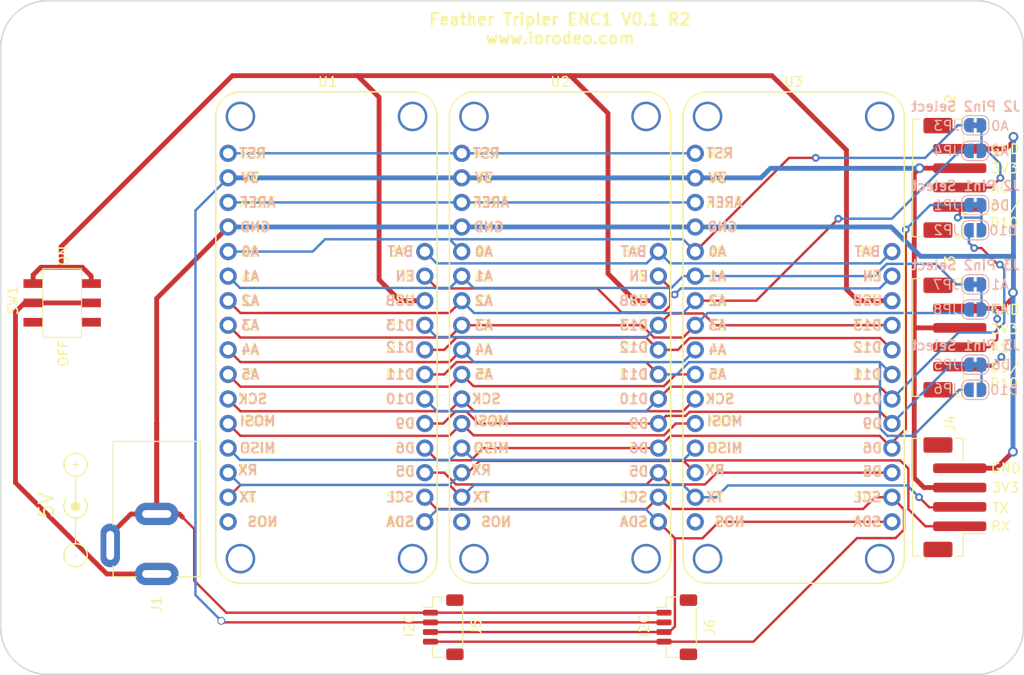
<source format=kicad_pcb>
(kicad_pcb (version 20221018) (generator pcbnew)
  (layers (0 "F.Cu" signal) (31 "B.Cu" signal) (34 "B.Paste" user) (35 "F.Paste" user) (36 "B.SilkS" user "B.Silkscreen") (37 "F.SilkS" user "F.Silkscreen") (38 "B.Mask" user) (39 "F.Mask" user) (44 "Edge.Cuts" user))
  (net 0 "")
  (net 1 "/5V")
  (net 2 "GND")
  (net 3 "/D10")
  (net 4 "/A0")
  (net 5 "/3V3")
  (net 6 "/D11")
  (net 7 "/A1")
  (net 8 "/RX")
  (net 9 "/TX")
  (net 10 "/SDA")
  (net 11 "/SCL")
  (net 13 "/VUSB")
  (net 15 "/D5")
  (net 16 "/D6")
  (net 17 "/D9")
  (net 18 "/D12")
  (net 19 "/D13")
  (net 20 "/EN")
  (net 21 "/BAT")
  (net 22 "/RST")
  (net 23 "/AREF")
  (net 24 "/A2")
  (net 25 "/A3")
  (net 26 "/A4")
  (net 27 "/A5")
  (net 28 "/SCK")
  (net 29 "/MOSI")
  (net 30 "/MISO")
  (net 34 "Net-(J2-Pin_1)")
  (net 35 "Net-(J2-Pin_2)")
  (net 36 "Net-(J3-Pin_1)")
  (net 37 "Net-(J3-Pin_2)")
  (footprint "MS-22D28-G020:MS-22D28-G020" (layer "F.Cu") (at 52.324 77.216 90)
    (fp_text reference "SW1")
    (fp_text value "SW_Push_DPDT" hide)
  )
  (footprint "MountingHole:MountingHole_4.3mm_M4" (layer "F.Cu") (at 146.812 50.8)
    (fp_text reference "M2" hide)
    (fp_text value "MountingHole_4.3mm_M4" hide)
  )
  (footprint "CUI_PJ-035:CUI_PJ-035C" (layer "F.Cu") (at 62.0863 105.2397 180)
    (fp_text reference "J1")
    (fp_text value "Barrel_Jack_Switch" hide)
  )
  (footprint "feather_wing:feather_wing" (layer "F.Cu") (at 79.629 80.7974 180)
    (fp_text reference "U1")
    (fp_text value "feather_wing" hide)
  )
  (footprint "feather_wing:feather_wing" (layer "F.Cu") (at 127.889 80.7974 180)
    (fp_text reference "U3")
    (fp_text value "feather_wing" hide)
  )
  (footprint "feather_wing:feather_wing" (layer "F.Cu") (at 103.759 80.7974 180)
    (fp_text reference "U2")
    (fp_text value "feather_wing" hide)
  )
  (footprint "MountingHole:MountingHole_4.3mm_M4" (layer "F.Cu") (at 50.8 50.8)
    (fp_text reference "M1" hide)
    (fp_text value "MountingHole_4.3mm_M4" hide)
  )
  (footprint "JST_PH_4Pin_Vertical:JST_PH_B4B-PH-SM4-TB_1x04-1MP_P2.00mm_Vertical" (layer "F.Cu") (at 144 64.2874 -90)
    (fp_text reference "J2")
    (fp_text value "Conn_01x04" hide)
  )
  (footprint "JST_PH_4Pin_Vertical:JST_PH_B4B-PH-SM4-TB_1x04-1MP_P2.00mm_Vertical" (layer "F.Cu") (at 144 80.7974 -90)
    (fp_text reference "J3")
    (fp_text value "Conn_01x04" hide)
  )
  (footprint "JST_PH_4Pin_Vertical:JST_PH_B4B-PH-SM4-TB_1x04-1MP_P2.00mm_Vertical" (layer "F.Cu") (at 144 97.3074 -90)
    (fp_text reference "J4")
    (fp_text value "Conn_01x04" hide)
  )
  (footprint "MountingHole:MountingHole_4.3mm_M4" (layer "F.Cu") (at 146.812 110.7948)
    (fp_text reference "M3" hide)
    (fp_text value "MountingHole_4.3mm_M4" hide)
  )
  (footprint "MountingHole:MountingHole_4.3mm_M4" (layer "F.Cu") (at 50.8 110.7948)
    (fp_text reference "M4" hide)
    (fp_text value "MountingHole_4.3mm_M4" hide)
  )
  (footprint "Connector_JST:JST_SH_BM04B-SRSS-TB_1x04-1MP_P1.00mm_Vertical" (layer "F.Cu") (at 91.694 110.744 -90)
    (fp_text reference "J5")
    (fp_text value "Conn_01x04" hide)
  )
  (footprint "Connector_JST:JST_SH_BM04B-SRSS-TB_1x04-1MP_P1.00mm_Vertical" (layer "F.Cu") (at 115.824 110.744 -90)
    (fp_text reference "J6")
    (fp_text value "Conn_01x04" hide)
  )
  (footprint "Jumper:SolderJumper-2_P1.3mm_Open_RoundedPad1.0x1.5mm" (layer "B.Cu") (at 146.65 69.7)
    (fp_text reference "JP2")
    (fp_text value "SolderJumper_2_Open" hide)
  )
  (footprint "Jumper:SolderJumper-2_P1.3mm_Bridged_RoundedPad1.0x1.5mm" (layer "B.Cu") (at 146.65 58.85)
    (fp_text reference "JP3")
    (fp_text value "SolderJumper_2_Bridged" hide)
  )
  (footprint "Jumper:SolderJumper-2_P1.3mm_Bridged_RoundedPad1.0x1.5mm" (layer "B.Cu") (at 146.65 67.1)
    (fp_text reference "JP1")
    (fp_text value "SolderJumper_2_Bridged" hide)
  )
  (footprint "Jumper:SolderJumper-2_P1.3mm_Bridged_RoundedPad1.0x1.5mm" (layer "B.Cu") (at 146.65 75.3)
    (fp_text reference "JP7")
    (fp_text value "SolderJumper_2_Bridged" hide)
  )
  (footprint "Jumper:SolderJumper-2_P1.3mm_Open_RoundedPad1.0x1.5mm" (layer "B.Cu") (at 146.65 86.2)
    (fp_text reference "JP6")
    (fp_text value "SolderJumper_2_Open" hide)
  )
  (footprint "Jumper:SolderJumper-2_P1.3mm_Open_RoundedPad1.0x1.5mm" (layer "B.Cu") (at 146.65 61.5)
    (fp_text reference "JP4")
    (fp_text value "SolderJumper_2_Open" hide)
  )
  (footprint "Jumper:SolderJumper-2_P1.3mm_Open_RoundedPad1.0x1.5mm" (layer "B.Cu") (at 146.65 77.9)
    (fp_text reference "JP8")
    (fp_text value "SolderJumper_2_Open" hide)
  )
  (footprint "Jumper:SolderJumper-2_P1.3mm_Bridged_RoundedPad1.0x1.5mm" (layer "B.Cu") (at 146.65 83.6)
    (fp_text reference "JP5")
    (fp_text value "SolderJumper_2_Bridged" hide)
  )
  (gr_line (start 52.731529 98.961167) (end 52.696985 98.911602) (stroke (width 0.116153)) (layer "F.SilkS"))
  (gr_line (start 53.828272 95.131737) (end 53.76741 95.136365) (stroke (width 0.134716)) (layer "F.SilkS"))
  (gr_line (start 53.947265 92.765399) (end 54.005246 92.778781) (stroke (width 0.134716)) (layer "F.SilkS"))
  (gr_line (start 54.592837 102.499535) (end 54.630504 102.543019) (stroke (width 0.134716)) (layer "F.SilkS"))
  (gr_line (start 52.768838 97.484813) (end 52.80891 97.438147) (stroke (width 0.116153)) (layer "F.SilkS"))
  (gr_line (start 52.586441 97.79261) (end 52.609932 97.738538) (stroke (width 0.116153)) (layer "F.SilkS"))
  (gr_line (start 53.239251 104.409594) (end 53.186165 104.385594) (stroke (width 0.134716)) (layer "F.SilkS"))
  (gr_line (start 52.665203 98.86075) (end 52.636186 98.808718) (stroke (width 0.116153)) (layer "F.SilkS"))
  (gr_line (start 53.041199 99.255818) (end 52.991636 99.221274) (stroke (width 0.116153)) (layer "F.SilkS"))
  (gr_line (start 53.186165 104.385594) (end 53.13449 104.359128) (stroke (width 0.134716)) (layer "F.SilkS"))
  (gr_line (start 52.547751 98.590929) (end 52.532551 98.534604) (stroke (width 0.116153)) (layer "F.SilkS"))
  (gr_line (start 54.901011 98.073699) (end 54.90792 98.131312) (stroke (width 0.116153)) (layer "F.SilkS"))
  (gr_line (start 54.630504 104.067653) (end 54.592837 104.111138) (stroke (width 0.134716)) (layer "F.SilkS"))
  (gr_line (start 54.375793 104.299099) (end 54.327169 104.330271) (stroke (width 0.134716)) (layer "F.SilkS"))
  (gr_line (start 54.049582 99.405049) (end 53.993257 99.420248) (stroke (width 0.116153)) (layer "F.SilkS"))
  (gr_line (start 53.705739 104.503773) (end 53.644068 104.502213) (stroke (width 0.134716)) (layer "F.SilkS"))
  (gr_line (start 54.890355 93.756978) (end 54.897977 93.816955) (stroke (width 0.134716)) (layer "F.SilkS"))
  (gr_line (start 54.809987 94.405973) (end 54.785987 94.459059) (stroke (width 0.134716)) (layer "F.SilkS"))
  (gr_line (start 52.521099 94.121998) (end 52.513477 94.062021) (stroke (width 0.134716)) (layer "F.SilkS"))
  (gr_line (start 53.475059 99.432684) (end 53.418197 99.420248) (stroke (width 0.116153)) (layer "F.SilkS"))
  (gr_line (start 54.553156 93.092065) (end 54.592837 93.133686) (stroke (width 0.134716)) (layer "F.SilkS"))
  (gr_line (start 52.531637 93.697961) (end 52.545019 93.63998) (stroke (width 0.134716)) (layer "F.SilkS"))
  (gr_line (start 54.863703 98.590929) (end 54.845739 98.64661) (stroke (width 0.116153)) (layer "F.SilkS"))
  (gr_line (start 53.644068 95.136365) (end 53.583206 95.131737) (stroke (width 0.134716)) (layer "F.SilkS"))
  (gr_line (start 52.498006 98.247075) (end 52.499388 98.18914) (stroke (width 0.116153)) (layer "F.SilkS"))
  (gr_line (start 53.947265 95.113577) (end 53.888249 95.124116) (stroke (width 0.134716)) (layer "F.SilkS"))
  (gr_line (start 52.680795 94.560921) (end 52.651938 94.510734) (stroke (width 0.134716)) (layer "F.SilkS"))
  (gr_line (start 52.50729 93.939488) (end 52.508849 93.877816) (stroke (width 0.134716)) (layer "F.SilkS"))
  (gr_line (start 52.521098 103.122826) (end 52.531637 103.06381) (stroke (width 0.134716)) (layer "F.SilkS"))
  (gr_line (start 54.831444 103.717399) (end 54.809987 103.771822) (stroke (width 0.134716)) (layer "F.SilkS"))
  (gr_line (start 54.891339 98.477742) (end 54.878902 98.534603) (stroke (width 0.116153)) (layer "F.SilkS"))
  (gr_line (start 52.508849 93.877816) (end 52.513477 93.816955) (stroke (width 0.134716)) (layer "F.SilkS"))
  (gr_line (start 54.913447 98.247075) (end 54.912065 98.30501) (stroke (width 0.116153)) (layer "F.SilkS"))
  (gr_line (start 54.005246 95.100195) (end 53.947265 95.113577) (stroke (width 0.134716)) (layer "F.SilkS"))
  (gr_line (start 54.730665 94.560921) (end 54.699493 94.609545) (stroke (width 0.134716)) (layer "F.SilkS"))
  (gr_line (start 54.592837 104.111138) (end 54.553156 104.152759) (stroke (width 0.134716)) (layer "F.SilkS"))
  (gr_line (start 54.602544 99.056003) (end 54.559708 99.10106) (stroke (width 0.116153)) (layer "F.SilkS"))
  (gr_line (start 54.831444 94.35155) (end 54.809987 94.405973) (stroke (width 0.134716)) (layer "F.SilkS"))
  (gr_line (start 53.134479 102.251545) (end 53.186154 102.225079) (stroke (width 0.134716)) (layer "F.SilkS"))
  (gr_line (start 54.699493 102.635279) (end 54.730665 102.683903) (stroke (width 0.134716)) (layer "F.SilkS"))
  (gr_line (start 53.705739 97.761252) (end 53.705739 95.192683) (stroke (width 0.126579)) (layer "F.SilkS"))
  (gr_line (start 52.665203 97.633399) (end 52.696985 97.582547) (stroke (width 0.116153)) (layer "F.SilkS"))
  (gr_line (start 54.825012 97.792609) (end 54.845739 97.847539) (stroke (width 0.116153)) (layer "F.SilkS"))
  (gr_line (start 53.644068 104.502213) (end 53.583206 104.497585) (stroke (width 0.134716)) (layer "F.SilkS"))
  (gr_poly (pts (xy 53.656275 93.88819) (xy 53.656275 93.551344) (xy 53.755155 93.551344) (xy 53.755155 93.88819) (xy 54.092004 93.88819) (xy 54.092004 93.990789) (xy 53.755155 93.990789) (xy 53.755155 94.327633) (xy 53.656275 94.327633) (xy 53.656275 93.990789) (xy 53.319425 93.990789) (xy 53.319425 93.88819)) (fill solid) (layer "F.SilkS"))
  (gr_line (start 54.890355 103.487846) (end 54.879816 103.546863) (stroke (width 0.134716)) (layer "F.SilkS"))
  (gr_line (start 54.1178 104.431052) (end 54.062116 104.449893) (stroke (width 0.134716)) (layer "F.SilkS"))
  (gr_line (start 52.586441 98.70154) (end 52.565714 98.64661) (stroke (width 0.116153)) (layer "F.SilkS"))
  (gr_line (start 53.293675 104.431052) (end 53.239251 104.409594) (stroke (width 0.134716)) (layer "F.SilkS"))
  (gr_line (start 54.005246 102.14463) (end 54.062116 102.160779) (stroke (width 0.134716)) (layer "F.SilkS"))
  (gr_line (start 53.13449 104.359128) (end 53.084303 104.330271) (stroke (width 0.134716)) (layer "F.SilkS"))
  (gr_line (start 54.375793 92.945725) (end 54.422778 92.979138) (stroke (width 0.134716)) (layer "F.SilkS"))
  (gr_line (start 53.76741 92.74261) (end 53.828272 92.747238) (stroke (width 0.134716)) (layer "F.SilkS"))
  (gr_line (start 54.468051 93.014716) (end 54.511535 93.052383) (stroke (width 0.134716)) (layer "F.SilkS"))
  (gr_line (start 52.531638 94.181014) (end 52.521099 94.121998) (stroke (width 0.134716)) (layer "F.SilkS"))
  (gr_line (start 54.775268 97.685432) (end 54.801522 97.738538) (stroke (width 0.116153)) (layer "F.SilkS"))
  (gr_line (start 54.327169 102.280401) (end 54.375793 102.311574) (stroke (width 0.134716)) (layer "F.SilkS"))
  (gr_line (start 52.98868 102.344987) (end 53.035667 102.311574) (stroke (width 0.134716)) (layer "F.SilkS"))
  (gr_line (start 52.745381 94.656531) (end 52.711968 94.609545) (stroke (width 0.134716)) (layer "F.SilkS"))
  (gr_line (start 52.532551 97.959546) (end 52.547751 97.903221) (stroke (width 0.116153)) (layer "F.SilkS"))
  (gr_line (start 52.625471 103.824908) (end 52.601471 103.771822) (stroke (width 0.134716)) (layer "F.SilkS"))
  (gr_line (start 53.418197 99.420248) (end 53.361871 99.405049) (stroke (width 0.116153)) (layer "F.SilkS"))
  (gr_line (start 54.172223 95.043745) (end 54.1178 95.065204) (stroke (width 0.134716)) (layer "F.SilkS"))
  (gr_line (start 53.092051 99.287599) (end 53.041199 99.255818) (stroke (width 0.116153)) (layer "F.SilkS"))
  (gr_line (start 52.580009 93.527425) (end 52.601467 93.473002) (stroke (width 0.134716)) (layer "F.SilkS"))
  (gr_line (start 54.785987 102.785765) (end 54.809987 102.838851) (stroke (width 0.134716)) (layer "F.SilkS"))
  (gr_line (start 54.679924 97.532983) (end 54.714469 97.582547) (stroke (width 0.116153)) (layer "F.SilkS"))
  (gr_line (start 54.699493 94.609545) (end 54.666081 94.656531) (stroke (width 0.134716)) (layer "F.SilkS"))
  (gr_line (start 54.785987 103.824908) (end 54.759522 103.876582) (stroke (width 0.134716)) (layer "F.SilkS"))
  (gr_line (start 54.062116 95.084045) (end 54.005246 95.100195) (stroke (width 0.134716)) (layer "F.SilkS"))
  (gr_line (start 54.666081 104.02238) (end 54.630504 104.067653) (stroke (width 0.134716)) (layer "F.SilkS"))
  (gr_line (start 53.406222 92.778781) (end 53.464205 92.765399) (stroke (width 0.134716)) (layer "F.SilkS"))
  (gr_line (start 54.730665 93.318055) (end 54.759522 93.368242) (stroke (width 0.134716)) (layer "F.SilkS"))
  (gr_line (start 54.1178 92.813772) (end 54.172223 92.83523) (stroke (width 0.134716)) (layer "F.SilkS"))
  (gr_line (start 54.897977 103.182803) (end 54.902605 103.243665) (stroke (width 0.134716)) (layer "F.SilkS"))
  (gr_line (start 54.90792 98.362837) (end 54.901011 98.42045) (stroke (width 0.116153)) (layer "F.SilkS"))
  (gr_line (start 52.651933 102.73409) (end 52.680789 102.683903) (stroke (width 0.134716)) (layer "F.SilkS"))
  (gr_line (start 52.636186 97.685432) (end 52.665203 97.633399) (stroke (width 0.116153)) (layer "F.SilkS"))
  (gr_line (start 54.679924 98.961167) (end 54.642616 99.009336) (stroke (width 0.116153)) (layer "F.SilkS"))
  (gr_line (start 54.850286 94.295866) (end 54.831444 94.35155) (stroke (width 0.134716)) (layer "F.SilkS"))
  (gr_line (start 54.005246 104.466043) (end 53.947265 104.479425) (stroke (width 0.134716)) (layer "F.SilkS"))
  (gr_line (start 54.642616 97.484813) (end 54.679924 97.532983) (stroke (width 0.116153)) (layer "F.SilkS"))
  (gr_line (start 53.705739 92.741051) (end 53.76741 92.74261) (stroke (width 0.134716)) (layer "F.SilkS"))
  (gr_line (start 53.464212 95.113577) (end 53.40623 95.100195) (stroke (width 0.134716)) (layer "F.SilkS"))
  (gr_line (start 53.879103 99.442357) (end 53.82149 99.449265) (stroke (width 0.116153)) (layer "F.SilkS"))
  (gr_line (start 53.40623 104.466043) (end 53.349359 104.449893) (stroke (width 0.134716)) (layer "F.SilkS"))
  (gr_line (start 52.625467 102.785765) (end 52.651933 102.73409) (stroke (width 0.134716)) (layer "F.SilkS"))
  (gr_line (start 54.759522 94.510734) (end 54.730665 94.560921) (stroke (width 0.134716)) (layer "F.SilkS"))
  (gr_line (start 54.225308 104.385594) (end 54.172223 104.409594) (stroke (width 0.134716)) (layer "F.SilkS"))
  (gr_line (start 53.464205 102.131248) (end 53.523223 102.120708) (stroke (width 0.134716)) (layer "F.SilkS"))
  (gr_line (start 52.499388 98.18914) (end 52.503533 98.131312) (stroke (width 0.116153)) (layer "F.SilkS"))
  (gr_line (start 52.50729 103.305336) (end 52.508849 103.243665) (stroke (width 0.134716)) (layer "F.SilkS"))
  (gr_line (start 53.34935 92.79493) (end 53.406222 92.778781) (stroke (width 0.134716)) (layer "F.SilkS"))
  (gr_line (start 52.680789 102.683903) (end 52.711962 102.635279) (stroke (width 0.134716)) (layer "F.SilkS"))
  (gr_line (start 53.34935 102.160779) (end 53.406222 102.14463) (stroke (width 0.134716)) (layer "F.SilkS"))
  (gr_line (start 52.745374 93.222444) (end 52.780952 93.177171) (stroke (width 0.134716)) (layer "F.SilkS"))
  (gr_line (start 52.56117 94.295866) (end 52.545021 94.238996) (stroke (width 0.134716)) (layer "F.SilkS"))
  (gr_line (start 54.172223 102.201079) (end 54.225308 102.225079) (stroke (width 0.134716)) (layer "F.SilkS"))
  (gr_line (start 54.422778 104.265686) (end 54.375793 104.299099) (stroke (width 0.134716)) (layer "F.SilkS"))
  (gr_line (start 52.943407 93.014716) (end 52.98868 92.979138) (stroke (width 0.134716)) (layer "F.SilkS"))
  (gr_line (start 53.947265 102.131248) (end 54.005246 102.14463) (stroke (width 0.134716)) (layer "F.SilkS"))
  (gr_line (start 54.327169 92.914553) (end 54.375793 92.945725) (stroke (width 0.134716)) (layer "F.SilkS"))
  (gr_line (start 54.809987 103.771822) (end 54.785987 103.824908) (stroke (width 0.134716)) (layer "F.SilkS"))
  (gr_line (start 53.293665 102.179621) (end 53.34935 102.160779) (stroke (width 0.134716)) (layer "F.SilkS"))
  (gr_line (start 54.511535 94.826592) (end 54.468051 94.86426) (stroke (width 0.134716)) (layer "F.SilkS"))
  (gr_poly (pts (xy 53.761646 103.1125) (xy 53.761646 103.498172) (xy 53.649783 103.498172) (xy 53.649783 103.1125)) (fill solid) (layer "F.SilkS"))
  (gr_line (start 53.947265 104.479425) (end 53.888249 104.489964) (stroke (width 0.134716)) (layer "F.SilkS"))
  (gr_line (start 54.327169 104.330271) (end 54.276982 104.359128) (stroke (width 0.134716)) (layer "F.SilkS"))
  (gr_line (start 52.680789 93.318055) (end 52.711962 93.269431) (stroke (width 0.134716)) (layer "F.SilkS"))
  (gr_line (start 54.878902 97.959546) (end 54.891339 98.016408) (stroke (width 0.116153)) (layer "F.SilkS"))
  (gr_line (start 53.186165 95.019746) (end 53.13449 94.99328) (stroke (width 0.134716)) (layer "F.SilkS"))
  (gr_line (start 54.514652 99.143895) (end 54.467986 99.183966) (stroke (width 0.116153)) (layer "F.SilkS"))
  (gr_line (start 53.53235 99.442357) (end 53.475059 99.432684) (stroke (width 0.116153)) (layer "F.SilkS"))
  (gr_line (start 53.084292 92.914553) (end 53.134479 92.885696) (stroke (width 0.134716)) (layer "F.SilkS"))
  (gr_line (start 52.858301 102.457914) (end 52.899922 102.418232) (stroke (width 0.134716)) (layer "F.SilkS"))
  (gr_line (start 54.468051 94.86426) (end 54.422778 94.899837) (stroke (width 0.134716)) (layer "F.SilkS"))
  (gr_line (start 54.74625 97.633399) (end 54.775268 97.685432) (stroke (width 0.116153)) (layer "F.SilkS"))
  (gr_line (start 52.508849 103.243665) (end 52.513477 103.182803) (stroke (width 0.134716)) (layer "F.SilkS"))
  (gr_line (start 54.422778 94.899837) (end 54.375793 94.93325) (stroke (width 0.134716)) (layer "F.SilkS"))
  (gr_line (start 54.850286 103.661715) (end 54.831444 103.717399) (stroke (width 0.134716)) (layer "F.SilkS"))
  (gr_line (start 54.225308 95.019746) (end 54.172223 95.043745) (stroke (width 0.134716)) (layer "F.SilkS"))
  (gr_line (start 54.890355 94.121998) (end 54.879816 94.181014) (stroke (width 0.134716)) (layer "F.SilkS"))
  (gr_line (start 52.580012 103.717399) (end 52.56117 103.661715) (stroke (width 0.134716)) (layer "F.SilkS"))
  (gr_line (start 52.545021 103.604844) (end 52.531638 103.546863) (stroke (width 0.134716)) (layer "F.SilkS"))
  (gr_line (start 54.866435 94.238996) (end 54.850286 94.295866) (stroke (width 0.134716)) (layer "F.SilkS"))
  (gr_line (start 52.943417 94.86426) (end 52.899932 94.826592) (stroke (width 0.134716)) (layer "F.SilkS"))
  (gr_line (start 52.513477 94.062021) (end 52.508849 94.001159) (stroke (width 0.134716)) (layer "F.SilkS"))
  (gr_line (start 52.499388 98.30501) (end 52.498006 98.247075) (stroke (width 0.116153)) (layer "F.SilkS"))
  (gr_line (start 54.850286 102.948958) (end 54.866435 103.005828) (stroke (width 0.134716)) (layer "F.SilkS"))
  (gr_line (start 53.644065 102.108459) (end 53.705739 102.1069) (stroke (width 0.134716)) (layer "F.SilkS"))
  (gr_line (start 53.76741 102.108459) (end 53.828272 102.113087) (stroke (width 0.134716)) (layer "F.SilkS"))
  (gr_line (start 53.349359 95.084045) (end 53.293675 95.065204) (stroke (width 0.134716)) (layer "F.SilkS"))
  (gr_line (start 54.785987 94.459059) (end 54.759522 94.510734) (stroke (width 0.134716)) (layer "F.SilkS"))
  (gr_line (start 54.890355 103.122826) (end 54.897977 103.182803) (stroke (width 0.134716)) (layer "F.SilkS"))
  (gr_line (start 52.745381 104.02238) (end 52.711968 103.975394) (stroke (width 0.134716)) (layer "F.SilkS"))
  (gr_line (start 54.630504 102.543019) (end 54.666081 102.588293) (stroke (width 0.134716)) (layer "F.SilkS"))
  (gr_line (start 52.711968 94.609545) (end 52.680795 94.560921) (stroke (width 0.134716)) (layer "F.SilkS"))
  (gr_line (start 54.831444 93.527425) (end 54.850286 93.58311) (stroke (width 0.134716)) (layer "F.SilkS"))
  (gr_line (start 54.642616 99.009336) (end 54.602544 99.056003) (stroke (width 0.116153)) (layer "F.SilkS"))
  (gr_line (start 52.547751 97.903221) (end 52.565714 97.84754) (stroke (width 0.116153)) (layer "F.SilkS"))
  (gr_line (start 54.878902 98.534603) (end 54.863703 98.590929) (stroke (width 0.116153)) (layer "F.SilkS"))
  (gr_line (start 53.186154 102.225079) (end 53.239241 102.201079) (stroke (width 0.134716)) (layer "F.SilkS"))
  (gr_line (start 53.583206 95.131737) (end 53.523229 95.124116) (stroke (width 0.134716)) (layer "F.SilkS"))
  (gr_line (start 54.375793 94.93325) (end 54.327169 94.964423) (stroke (width 0.134716)) (layer "F.SilkS"))
  (gr_line (start 52.991636 99.221274) (end 52.943467 99.183966) (stroke (width 0.116153)) (layer "F.SilkS"))
  (gr_line (start 54.511535 102.418232) (end 54.553156 102.457914) (stroke (width 0.134716)) (layer "F.SilkS"))
  (gr_line (start 53.40623 95.100195) (end 53.349359 95.084045) (stroke (width 0.134716)) (layer "F.SilkS"))
  (gr_line (start 53.993257 99.420248) (end 53.936395 99.432684) (stroke (width 0.116153)) (layer "F.SilkS"))
  (gr_line (start 52.625471 94.459059) (end 52.601471 94.405973) (stroke (width 0.134716)) (layer "F.SilkS"))
  (gr_line (start 54.730665 103.926769) (end 54.699493 103.975394) (stroke (width 0.134716)) (layer "F.SilkS"))
  (gr_line (start 54.062116 104.449893) (end 54.005246 104.466043) (stroke (width 0.134716)) (layer "F.SilkS"))
  (gr_line (start 54.90792 98.131312) (end 54.912065 98.18914) (stroke (width 0.116153)) (layer "F.SilkS"))
  (gr_line (start 54.511535 93.052383) (end 54.553156 93.092065) (stroke (width 0.134716)) (layer "F.SilkS"))
  (gr_line (start 52.943467 99.183966) (end 52.896801 99.143895) (stroke (width 0.116153)) (layer "F.SilkS"))
  (gr_line (start 52.768838 99.009336) (end 52.731529 98.961167) (stroke (width 0.116153)) (layer "F.SilkS"))
  (gr_line (start 53.30619 99.387086) (end 53.25126 99.366359) (stroke (width 0.116153)) (layer "F.SilkS"))
  (gr_line (start 52.521098 93.756978) (end 52.531637 93.697961) (stroke (width 0.134716)) (layer "F.SilkS"))
  (gr_line (start 54.467986 99.183966) (end 54.419818 99.221274) (stroke (width 0.116153)) (layer "F.SilkS"))
  (gr_line (start 54.062116 102.160779) (end 54.1178 102.179621) (stroke (width 0.134716)) (layer "F.SilkS"))
  (gr_line (start 52.780952 102.543019) (end 52.818619 102.499535) (stroke (width 0.134716)) (layer "F.SilkS"))
  (gr_line (start 52.780952 93.177171) (end 52.818619 93.133686) (stroke (width 0.134716)) (layer "F.SilkS"))
  (gr_line (start 52.561168 93.58311) (end 52.580009 93.527425) (stroke (width 0.134716)) (layer "F.SilkS"))
  (gr_line (start 54.225308 102.225079) (end 54.276982 102.251545) (stroke (width 0.134716)) (layer "F.SilkS"))
  (gr_line (start 54.785987 93.419916) (end 54.809987 93.473002) (stroke (width 0.134716)) (layer "F.SilkS"))
  (gr_line (start 52.545019 103.005828) (end 52.561168 102.948958) (stroke (width 0.134716)) (layer "F.SilkS"))
  (gr_line (start 53.361871 99.405049) (end 53.30619 99.387086) (stroke (width 0.116153)) (layer "F.SilkS"))
  (gr_line (start 54.902605 103.367008) (end 54.897977 103.42787) (stroke (width 0.134716)) (layer "F.SilkS"))
  (gr_poly (pts (xy 53.247207 98.241222) (xy 53.24898 98.217906) (xy 53.2519 98.194929) (xy 53.255938 98.17232) (xy 53.261065 98.150107) (xy 53.267252 98.128321) (xy 53.27447 98.106988) (xy 53.282691 98.086139) (xy 53.291885 98.065802) (xy 53.302024 98.046005) (xy 53.31308 98.026779) (xy 53.325022 98.008151) (xy 53.337823 97.990151) (xy 53.351453 97.972807) (xy 53.365883 97.956148) (xy 53.381086 97.940203) (xy 53.397031 97.925001) (xy 53.41369 97.910571) (xy 53.431035 97.896941) (xy 53.449036 97.884141) (xy 53.467664 97.872199) (xy 53.486891 97.861144) (xy 53.506688 97.851005) (xy 53.527025 97.841811) (xy 53.547875 97.83359) (xy 53.569208 97.826372) (xy 53.590996 97.820185) (xy 53.613208 97.815059) (xy 53.635818 97.811021) (xy 53.658796 97.808102) (xy 53.682112 97.806329) (xy 53.705739 97.805731) (xy 53.729366 97.806329) (xy 53.752682 97.808102) (xy 53.775659 97.811021) (xy 53.798268 97.815059) (xy 53.820481 97.820185) (xy 53.842268 97.826372) (xy 53.8636 97.83359) (xy 53.884449 97.841811) (xy 53.904786 97.851005) (xy 53.924581 97.861144) (xy 53.943807 97.872199) (xy 53.962435 97.884141) (xy 53.980434 97.896941) (xy 53.997778 97.910571) (xy 54.014436 97.925001) (xy 54.03038 97.940203) (xy 54.045581 97.956148) (xy 54.060011 97.972807) (xy 54.07364 97.990151) (xy 54.086439 98.008151) (xy 54.098381 98.026779) (xy 54.109435 98.046005) (xy 54.119573 98.065802) (xy 54.128767 98.086139) (xy 54.136987 98.106988) (xy 54.144204 98.128321) (xy 54.150391 98.150107) (xy 54.155517 98.17232) (xy 54.159554 98.194929) (xy 54.162473 98.217906) (xy 54.164246 98.241222) (xy 54.164844 98.264848) (xy 54.164246 98.288474) (xy 54.162473 98.31179) (xy 54.159554 98.334767) (xy 54.155517 98.357376) (xy 54.150391 98.379588) (xy 54.144204 98.401375) (xy 54.136987 98.422708) (xy 54.128767 98.443557) (xy 54.119573 98.463894) (xy 54.109435 98.48369) (xy 54.098381 98.502917) (xy 54.086439 98.521544) (xy 54.07364 98.539545) (xy 54.060011 98.556889) (xy 54.045581 98.573548) (xy 54.03038 98.589492) (xy 54.014436 98.604694) (xy 53.997778 98.619125) (xy 53.980434 98.632754) (xy 53.962435 98.645555) (xy 53.943807 98.657497) (xy 53.924581 98.668552) (xy 53.904786 98.678691) (xy 53.884449 98.687885) (xy 53.8636 98.696105) (xy 53.842268 98.703323) (xy 53.820481 98.70951) (xy 53.798268 98.714637) (xy 53.775659 98.718674) (xy 53.752682 98.721594) (xy 53.729366 98.723367) (xy 53.705739 98.723964) (xy 53.682112 98.723367) (xy 53.658796 98.721594) (xy 53.635818 98.718674) (xy 53.613208 98.714637) (xy 53.590996 98.70951) (xy 53.569208 98.703323) (xy 53.547875 98.696105) (xy 53.527025 98.687885) (xy 53.506688 98.678691) (xy 53.486891 98.668552) (xy 53.467664 98.657497) (xy 53.449036 98.645555) (xy 53.431035 98.632754) (xy 53.41369 98.619125) (xy 53.397031 98.604694) (xy 53.381086 98.589492) (xy 53.365883 98.573548) (xy 53.351453 98.556889) (xy 53.337823 98.539545) (xy 53.325022 98.521544) (xy 53.31308 98.502917) (xy 53.302024 98.48369) (xy 53.291885 98.463894) (xy 53.282691 98.443557) (xy 53.27447 98.422708) (xy 53.267252 98.401375) (xy 53.261065 98.379588) (xy 53.255938 98.357376) (xy 53.2519 98.334767) (xy 53.24898 98.31179) (xy 53.247207 98.288474) (xy 53.24661 98.264848)) (stroke (width 0.094402)) (fill solid) (layer "F.SilkS"))
  (gr_line (start 52.896801 99.143895) (end 52.851745 99.10106) (stroke (width 0.116153)) (layer "F.SilkS"))
  (gr_line (start 54.327169 94.964423) (end 54.276982 94.99328) (stroke (width 0.134716)) (layer "F.SilkS"))
  (gr_line (start 52.508849 94.001159) (end 52.50729 93.939488) (stroke (width 0.134716)) (layer "F.SilkS"))
  (gr_line (start 52.988691 94.899837) (end 52.943417 94.86426) (stroke (width 0.134716)) (layer "F.SilkS"))
  (gr_line (start 52.503533 98.131312) (end 52.510442 98.073699) (stroke (width 0.116153)) (layer "F.SilkS"))
  (gr_line (start 54.375793 102.311574) (end 54.422778 102.344987) (stroke (width 0.134716)) (layer "F.SilkS"))
  (gr_line (start 52.580012 94.35155) (end 52.56117 94.295866) (stroke (width 0.134716)) (layer "F.SilkS"))
  (gr_line (start 53.13449 94.99328) (end 53.084303 94.964423) (stroke (width 0.134716)) (layer "F.SilkS"))
  (gr_line (start 54.666081 94.656531) (end 54.630504 94.701805) (stroke (width 0.134716)) (layer "F.SilkS"))
  (gr_line (start 52.531637 103.06381) (end 52.545019 103.005828) (stroke (width 0.134716)) (layer "F.SilkS"))
  (gr_line (start 53.464212 104.479425) (end 53.40623 104.466043) (stroke (width 0.134716)) (layer "F.SilkS"))
  (gr_line (start 52.696985 97.582547) (end 52.731529 97.532983) (stroke (width 0.116153)) (layer "F.SilkS"))
  (gr_line (start 52.85831 104.152759) (end 52.818628 104.111138) (stroke (width 0.134716)) (layer "F.SilkS"))
  (gr_line (start 54.26737 99.316616) (end 54.214265 99.342869) (stroke (width 0.116153)) (layer "F.SilkS"))
  (gr_line (start 53.583202 92.747238) (end 53.644065 92.74261) (stroke (width 0.134716)) (layer "F.SilkS"))
  (gr_line (start 53.828272 92.747238) (end 53.888249 92.75486) (stroke (width 0.134716)) (layer "F.SilkS"))
  (gr_line (start 54.897977 103.42787) (end 54.890355 103.487846) (stroke (width 0.134716)) (layer "F.SilkS"))
  (gr_line (start 54.866435 103.005828) (end 54.879816 103.06381) (stroke (width 0.134716)) (layer "F.SilkS"))
  (gr_line (start 52.636186 98.808718) (end 52.609932 98.755612) (stroke (width 0.116153)) (layer "F.SilkS"))
  (gr_line (start 52.899932 104.192441) (end 52.85831 104.152759) (stroke (width 0.134716)) (layer "F.SilkS"))
  (gr_line (start 52.80891 99.056003) (end 52.768838 99.009336) (stroke (width 0.116153)) (layer "F.SilkS"))
  (gr_line (start 53.035678 94.93325) (end 52.988691 94.899837) (stroke (width 0.134716)) (layer "F.SilkS"))
  (gr_line (start 52.943417 104.230108) (end 52.899932 104.192441) (stroke (width 0.134716)) (layer "F.SilkS"))
  (gr_line (start 52.943407 102.380564) (end 52.98868 102.344987) (stroke (width 0.134716)) (layer "F.SilkS"))
  (gr_line (start 53.583206 104.497585) (end 53.523229 104.489964) (stroke (width 0.134716)) (layer "F.SilkS"))
  (gr_line (start 52.601467 93.473002) (end 52.625467 93.419916) (stroke (width 0.134716)) (layer "F.SilkS"))
  (gr_line (start 52.545019 93.63998) (end 52.561168 93.58311) (stroke (width 0.134716)) (layer "F.SilkS"))
  (gr_line (start 54.1178 95.065204) (end 54.062116 95.084045) (stroke (width 0.134716)) (layer "F.SilkS"))
  (gr_line (start 53.888249 102.120708) (end 53.947265 102.131248) (stroke (width 0.134716)) (layer "F.SilkS"))
  (gr_line (start 54.630504 93.177171) (end 54.666081 93.222444) (stroke (width 0.134716)) (layer "F.SilkS"))
  (gr_line (start 52.580009 102.893274) (end 52.601467 102.838851) (stroke (width 0.134716)) (layer "F.SilkS"))
  (gr_line (start 53.763662 99.453411) (end 53.705727 99.454792) (stroke (width 0.116153)) (layer "F.SilkS"))
  (gr_line (start 54.801522 98.755612) (end 54.775268 98.808718) (stroke (width 0.116153)) (layer "F.SilkS"))
  (gr_line (start 54.714469 98.911602) (end 54.679924 98.961167) (stroke (width 0.116153)) (layer "F.SilkS"))
  (gr_line (start 54.468051 104.230108) (end 54.422778 104.265686) (stroke (width 0.134716)) (layer "F.SilkS"))
  (gr_line (start 53.705727 99.454792) (end 53.647791 99.453411) (stroke (width 0.116153)) (layer "F.SilkS"))
  (gr_line (start 52.818619 102.499535) (end 52.858301 102.457914) (stroke (width 0.134716)) (layer "F.SilkS"))
  (gr_line (start 54.775268 98.808718) (end 54.74625 98.86075) (stroke (width 0.116153)) (layer "F.SilkS"))
  (gr_line (start 53.035667 92.945725) (end 53.084292 92.914553) (stroke (width 0.134716)) (layer "F.SilkS"))
  (gr_line (start 52.609932 98.755612) (end 52.586441 98.70154) (stroke (width 0.116153)) (layer "F.SilkS"))
  (gr_line (start 54.904164 93.939488) (end 54.902605 94.001159) (stroke (width 0.134716)) (layer "F.SilkS"))
  (gr_line (start 52.680795 103.926769) (end 52.651938 103.876582) (stroke (width 0.134716)) (layer "F.SilkS"))
  (gr_line (start 53.523229 104.489964) (end 53.464212 104.479425) (stroke (width 0.134716)) (layer "F.SilkS"))
  (gr_line (start 53.084303 94.964423) (end 53.035678 94.93325) (stroke (width 0.134716)) (layer "F.SilkS"))
  (gr_line (start 54.592837 94.745289) (end 54.553156 94.78691) (stroke (width 0.134716)) (layer "F.SilkS"))
  (gr_line (start 54.897977 94.062021) (end 54.890355 94.121998) (stroke (width 0.134716)) (layer "F.SilkS"))
  (gr_line (start 53.084292 102.280401) (end 53.134479 102.251545) (stroke (width 0.134716)) (layer "F.SilkS"))
  (gr_line (start 53.76741 104.502213) (end 53.705739 104.503773) (stroke (width 0.134716)) (layer "F.SilkS"))
  (gr_line (start 52.711962 102.635279) (end 52.745374 102.588293) (stroke (width 0.134716)) (layer "F.SilkS"))
  (gr_line (start 54.105263 99.387086) (end 54.049582 99.405049) (stroke (width 0.116153)) (layer "F.SilkS"))
  (gr_line (start 54.276982 92.885696) (end 54.327169 92.914553) (stroke (width 0.134716)) (layer "F.SilkS"))
  (gr_line (start 52.98868 92.979138) (end 53.035667 92.945725) (stroke (width 0.134716)) (layer "F.SilkS"))
  (gr_line (start 54.74625 98.86075) (end 54.714469 98.911602) (stroke (width 0.116153)) (layer "F.SilkS"))
  (gr_line (start 52.711968 103.975394) (end 52.680795 103.926769) (stroke (width 0.134716)) (layer "F.SilkS"))
  (gr_line (start 52.609932 97.738538) (end 52.636186 97.685432) (stroke (width 0.116153)) (layer "F.SilkS"))
  (gr_line (start 54.468051 102.380564) (end 54.511535 102.418232) (stroke (width 0.134716)) (layer "F.SilkS"))
  (gr_line (start 54.160193 99.366359) (end 54.105263 99.387086) (stroke (width 0.116153)) (layer "F.SilkS"))
  (gr_line (start 54.902605 94.001159) (end 54.897977 94.062021) (stroke (width 0.134716)) (layer "F.SilkS"))
  (gr_line (start 54.879816 94.181014) (end 54.866435 94.238996) (stroke (width 0.134716)) (layer "F.SilkS"))
  (gr_line (start 52.731529 97.532983) (end 52.768838 97.484813) (stroke (width 0.116153)) (layer "F.SilkS"))
  (gr_line (start 54.759522 93.368242) (end 54.785987 93.419916) (stroke (width 0.134716)) (layer "F.SilkS"))
  (gr_line (start 53.035678 104.299099) (end 52.988691 104.265686) (stroke (width 0.134716)) (layer "F.SilkS"))
  (gr_line (start 52.651933 93.368242) (end 52.680789 93.318055) (stroke (width 0.134716)) (layer "F.SilkS"))
  (gr_line (start 54.553156 104.152759) (end 54.511535 104.192441) (stroke (width 0.134716)) (layer "F.SilkS"))
  (gr_line (start 53.084303 104.330271) (end 53.035678 104.299099) (stroke (width 0.134716)) (layer "F.SilkS"))
  (gr_line (start 53.589963 99.449265) (end 53.53235 99.442357) (stroke (width 0.116153)) (layer "F.SilkS"))
  (gr_line (start 53.828272 104.497585) (end 53.76741 104.502213) (stroke (width 0.134716)) (layer "F.SilkS"))
  (gr_line (start 54.276982 94.99328) (end 54.225308 95.019746) (stroke (width 0.134716)) (layer "F.SilkS"))
  (gr_line (start 52.503533 98.362838) (end 52.499388 98.30501) (stroke (width 0.116153)) (layer "F.SilkS"))
  (gr_line (start 54.904164 103.305336) (end 54.902605 103.367008) (stroke (width 0.134716)) (layer "F.SilkS"))
  (gr_line (start 54.370254 99.255818) (end 54.319403 99.287599) (stroke (width 0.116153)) (layer "F.SilkS"))
  (gr_line (start 54.559708 99.10106) (end 54.514652 99.143895) (stroke (width 0.116153)) (layer "F.SilkS"))
  (gr_line (start 54.879816 103.546863) (end 54.866435 103.604844) (stroke (width 0.134716)) (layer "F.SilkS"))
  (gr_line (start 54.845739 98.64661) (end 54.825012 98.70154) (stroke (width 0.116153)) (layer "F.SilkS"))
  (gr_line (start 52.625467 93.419916) (end 52.651933 93.368242) (stroke (width 0.134716)) (layer "F.SilkS"))
  (gr_line (start 52.851745 99.10106) (end 52.80891 99.056003) (stroke (width 0.116153)) (layer "F.SilkS"))
  (gr_line (start 52.513477 93.816955) (end 52.521098 93.756978) (stroke (width 0.134716)) (layer "F.SilkS"))
  (gr_line (start 54.809987 93.473002) (end 54.831444 93.527425) (stroke (width 0.134716)) (layer "F.SilkS"))
  (gr_line (start 54.419818 99.221274) (end 54.370254 99.255818) (stroke (width 0.116153)) (layer "F.SilkS"))
  (gr_line (start 53.134479 92.885696) (end 53.186154 92.85923) (stroke (width 0.134716)) (layer "F.SilkS"))
  (gr_line (start 54.005246 92.778781) (end 54.062116 92.79493) (stroke (width 0.134716)) (layer "F.SilkS"))
  (gr_line (start 53.197189 99.342869) (end 53.144083 99.316616) (stroke (width 0.116153)) (layer "F.SilkS"))
  (gr_line (start 53.523229 95.124116) (end 53.464212 95.113577) (stroke (width 0.134716)) (layer "F.SilkS"))
  (gr_line (start 54.511535 104.192441) (end 54.468051 104.230108) (stroke (width 0.134716)) (layer "F.SilkS"))
  (gr_line (start 54.666081 93.222444) (end 54.699493 93.269431) (stroke (width 0.134716)) (layer "F.SilkS"))
  (gr_line (start 53.523223 102.120708) (end 53.583202 102.113087) (stroke (width 0.134716)) (layer "F.SilkS"))
  (gr_line (start 54.863703 97.903221) (end 54.878902 97.959546) (stroke (width 0.116153)) (layer "F.SilkS"))
  (gr_line (start 54.902605 93.877816) (end 54.904164 93.939488) (stroke (width 0.134716)) (layer "F.SilkS"))
  (gr_line (start 52.510442 98.420451) (end 52.503533 98.362838) (stroke (width 0.116153)) (layer "F.SilkS"))
  (gr_line (start 52.78096 94.701805) (end 52.745381 94.656531) (stroke (width 0.134716)) (layer "F.SilkS"))
  (gr_line (start 54.866435 103.604844) (end 54.850286 103.661715) (stroke (width 0.134716)) (layer "F.SilkS"))
  (gr_line (start 52.80891 97.438147) (end 52.851745 97.393089) (stroke (width 0.116153)) (layer "F.SilkS"))
  (gr_line (start 52.899932 94.826592) (end 52.85831 94.78691) (stroke (width 0.134716)) (layer "F.SilkS"))
  (gr_line (start 52.565714 98.64661) (end 52.547751 98.590929) (stroke (width 0.116153)) (layer "F.SilkS"))
  (gr_line (start 53.25126 99.366359) (end 53.197189 99.342869) (stroke (width 0.116153)) (layer "F.SilkS"))
  (gr_line (start 53.035667 102.311574) (end 53.084292 102.280401) (stroke (width 0.134716)) (layer "F.SilkS"))
  (gr_line (start 52.818628 104.111138) (end 52.78096 104.067653) (stroke (width 0.134716)) (layer "F.SilkS"))
  (gr_line (start 54.699493 93.269431) (end 54.730665 93.318055) (stroke (width 0.134716)) (layer "F.SilkS"))
  (gr_line (start 54.759522 103.876582) (end 54.730665 103.926769) (stroke (width 0.134716)) (layer "F.SilkS"))
  (gr_line (start 52.531638 103.546863) (end 52.521099 103.487846) (stroke (width 0.134716)) (layer "F.SilkS"))
  (gr_line (start 53.349359 104.449893) (end 53.293675 104.431052) (stroke (width 0.134716)) (layer "F.SilkS"))
  (gr_line (start 54.214265 99.342869) (end 54.160193 99.366359) (stroke (width 0.116153)) (layer "F.SilkS"))
  (gr_line (start 53.828272 102.113087) (end 53.888249 102.120708) (stroke (width 0.134716)) (layer "F.SilkS"))
  (gr_line (start 54.891339 98.016408) (end 54.901011 98.073699) (stroke (width 0.116153)) (layer "F.SilkS"))
  (gr_line (start 54.225308 92.85923) (end 54.276982 92.885696) (stroke (width 0.134716)) (layer "F.SilkS"))
  (gr_line (start 53.186154 92.85923) (end 53.239241 92.83523) (stroke (width 0.134716)) (layer "F.SilkS"))
  (gr_line (start 53.888249 104.489964) (end 53.828272 104.497585) (stroke (width 0.134716)) (layer "F.SilkS"))
  (gr_line (start 52.858301 93.092065) (end 52.899922 93.052383) (stroke (width 0.134716)) (layer "F.SilkS"))
  (gr_line (start 54.276982 104.359128) (end 54.225308 104.385594) (stroke (width 0.134716)) (layer "F.SilkS"))
  (gr_line (start 54.759522 102.73409) (end 54.785987 102.785765) (stroke (width 0.134716)) (layer "F.SilkS"))
  (gr_line (start 52.513477 103.42787) (end 52.508849 103.367008) (stroke (width 0.134716)) (layer "F.SilkS"))
  (gr_line (start 52.56117 103.661715) (end 52.545021 103.604844) (stroke (width 0.134716)) (layer "F.SilkS"))
  (gr_line (start 53.705739 95.137925) (end 53.644068 95.136365) (stroke (width 0.134716)) (layer "F.SilkS"))
  (gr_line (start 54.559708 97.393089) (end 54.602544 97.438147) (stroke (width 0.116153)) (layer "F.SilkS"))
  (gr_line (start 52.696985 98.911602) (end 52.665203 98.86075) (stroke (width 0.116153)) (layer "F.SilkS"))
  (gr_line (start 53.647791 99.453411) (end 53.589963 99.449265) (stroke (width 0.116153)) (layer "F.SilkS"))
  (gr_line (start 54.845739 97.847539) (end 54.863703 97.903221) (stroke (width 0.116153)) (layer "F.SilkS"))
  (gr_line (start 54.630504 94.701805) (end 54.592837 94.745289) (stroke (width 0.134716)) (layer "F.SilkS"))
  (gr_line (start 54.422778 92.979138) (end 54.468051 93.014716) (stroke (width 0.134716)) (layer "F.SilkS"))
  (gr_line (start 54.831444 102.893274) (end 54.850286 102.948958) (stroke (width 0.134716)) (layer "F.SilkS"))
  (gr_line (start 52.651938 103.876582) (end 52.625471 103.824908) (stroke (width 0.134716)) (layer "F.SilkS"))
  (gr_line (start 52.545021 94.238996) (end 52.531638 94.181014) (stroke (width 0.134716)) (layer "F.SilkS"))
  (gr_line (start 54.172223 92.83523) (end 54.225308 92.85923) (stroke (width 0.134716)) (layer "F.SilkS"))
  (gr_line (start 53.705739 102.1069) (end 53.76741 102.108459) (stroke (width 0.134716)) (layer "F.SilkS"))
  (gr_line (start 52.745374 102.588293) (end 52.780952 102.543019) (stroke (width 0.134716)) (layer "F.SilkS"))
  (gr_line (start 53.239241 92.83523) (end 53.293665 92.813772) (stroke (width 0.134716)) (layer "F.SilkS"))
  (gr_line (start 54.062116 92.79493) (end 54.1178 92.813772) (stroke (width 0.134716)) (layer "F.SilkS"))
  (gr_line (start 53.239241 102.201079) (end 53.293665 102.179621) (stroke (width 0.134716)) (layer "F.SilkS"))
  (gr_line (start 53.293665 92.813772) (end 53.34935 92.79493) (stroke (width 0.134716)) (layer "F.SilkS"))
  (gr_line (start 52.711962 93.269431) (end 52.745374 93.222444) (stroke (width 0.134716)) (layer "F.SilkS"))
  (gr_line (start 52.601467 102.838851) (end 52.625467 102.785765) (stroke (width 0.134716)) (layer "F.SilkS"))
  (gr_line (start 53.406222 102.14463) (end 53.464205 102.131248) (stroke (width 0.134716)) (layer "F.SilkS"))
  (gr_line (start 54.714469 97.582547) (end 54.74625 97.633399) (stroke (width 0.116153)) (layer "F.SilkS"))
  (gr_line (start 54.850286 93.58311) (end 54.866435 93.63998) (stroke (width 0.134716)) (layer "F.SilkS"))
  (gr_line (start 53.293675 95.065204) (end 53.239251 95.043745) (stroke (width 0.134716)) (layer "F.SilkS"))
  (gr_line (start 52.818619 93.133686) (end 52.858301 93.092065) (stroke (width 0.134716)) (layer "F.SilkS"))
  (gr_line (start 54.276982 102.251545) (end 54.327169 102.280401) (stroke (width 0.134716)) (layer "F.SilkS"))
  (gr_line (start 52.601471 94.405973) (end 52.580012 94.35155) (stroke (width 0.134716)) (layer "F.SilkS"))
  (gr_line (start 54.801522 97.738538) (end 54.825012 97.792609) (stroke (width 0.116153)) (layer "F.SilkS"))
  (gr_line (start 53.464205 92.765399) (end 53.523223 92.75486) (stroke (width 0.134716)) (layer "F.SilkS"))
  (gr_line (start 52.520115 98.477742) (end 52.510442 98.420451) (stroke (width 0.116153)) (layer "F.SilkS"))
  (gr_line (start 54.901011 98.42045) (end 54.891339 98.477742) (stroke (width 0.116153)) (layer "F.SilkS"))
  (gr_line (start 54.866435 93.63998) (end 54.879816 93.697961) (stroke (width 0.134716)) (layer "F.SilkS"))
  (gr_line (start 52.601471 103.771822) (end 52.580012 103.717399) (stroke (width 0.134716)) (layer "F.SilkS"))
  (gr_line (start 54.1178 102.179621) (end 54.172223 102.201079) (stroke (width 0.134716)) (layer "F.SilkS"))
  (gr_line (start 54.879816 93.697961) (end 54.890355 93.756978) (stroke (width 0.134716)) (layer "F.SilkS"))
  (gr_line (start 54.809987 102.838851) (end 54.831444 102.893274) (stroke (width 0.134716)) (layer "F.SilkS"))
  (gr_line (start 53.82149 99.449265) (end 53.763662 99.453411) (stroke (width 0.116153)) (layer "F.SilkS"))
  (gr_line (start 54.902605 103.243665) (end 54.904164 103.305336) (stroke (width 0.134716)) (layer "F.SilkS"))
  (gr_line (start 54.553156 94.78691) (end 54.511535 94.826592) (stroke (width 0.134716)) (layer "F.SilkS"))
  (gr_line (start 54.912065 98.18914) (end 54.913447 98.247075) (stroke (width 0.116153)) (layer "F.SilkS"))
  (gr_line (start 54.912065 98.30501) (end 54.90792 98.362837) (stroke (width 0.116153)) (layer "F.SilkS"))
  (gr_line (start 54.666081 102.588293) (end 54.699493 102.635279) (stroke (width 0.134716)) (layer "F.SilkS"))
  (gr_line (start 52.561168 102.948958) (end 52.580009 102.893274) (stroke (width 0.134716)) (layer "F.SilkS"))
  (gr_line (start 54.602544 97.438147) (end 54.642616 97.484813) (stroke (width 0.116153)) (layer "F.SilkS"))
  (gr_line (start 52.78096 104.067653) (end 52.745381 104.02238) (stroke (width 0.134716)) (layer "F.SilkS"))
  (gr_line (start 52.513477 103.182803) (end 52.521098 103.122826) (stroke (width 0.134716)) (layer "F.SilkS"))
  (gr_line (start 53.239251 95.043745) (end 53.186165 95.019746) (stroke (width 0.134716)) (layer "F.SilkS"))
  (gr_line (start 53.644065 92.74261) (end 53.705739 92.741051) (stroke (width 0.134716)) (layer "F.SilkS"))
  (gr_line (start 54.825012 98.70154) (end 54.801522 98.755612) (stroke (width 0.116153)) (layer "F.SilkS"))
  (gr_line (start 52.899922 93.052383) (end 52.943407 93.014716) (stroke (width 0.134716)) (layer "F.SilkS"))
  (gr_line (start 52.85831 94.78691) (end 52.818628 94.745289) (stroke (width 0.134716)) (layer "F.SilkS"))
  (gr_line (start 53.936395 99.432684) (end 53.879103 99.442357) (stroke (width 0.116153)) (layer "F.SilkS"))
  (gr_line (start 54.319403 99.287599) (end 54.26737 99.316616) (stroke (width 0.116153)) (layer "F.SilkS"))
  (gr_line (start 54.422778 102.344987) (end 54.468051 102.380564) (stroke (width 0.134716)) (layer "F.SilkS"))
  (gr_line (start 54.592837 93.133686) (end 54.630504 93.177171) (stroke (width 0.134716)) (layer "F.SilkS"))
  (gr_line (start 52.510442 98.073699) (end 52.520115 98.016408) (stroke (width 0.116153)) (layer "F.SilkS"))
  (gr_line (start 54.879816 103.06381) (end 54.890355 103.122826) (stroke (width 0.134716)) (layer "F.SilkS"))
  (gr_line (start 53.76741 95.136365) (end 53.705739 95.137925) (stroke (width 0.134716)) (layer "F.SilkS"))
  (gr_line (start 52.651938 94.510734) (end 52.625471 94.459059) (stroke (width 0.134716)) (layer "F.SilkS"))
  (gr_line (start 52.899922 102.418232) (end 52.943407 102.380564) (stroke (width 0.134716)) (layer "F.SilkS"))
  (gr_line (start 54.699493 103.975394) (end 54.666081 104.02238) (stroke (width 0.134716)) (layer "F.SilkS"))
  (gr_line (start 52.818628 94.745289) (end 52.78096 94.701805) (stroke (width 0.134716)) (layer "F.SilkS"))
  (gr_line (start 53.523223 92.75486) (end 53.583202 92.747238) (stroke (width 0.134716)) (layer "F.SilkS"))
  (gr_line (start 53.583202 102.113087) (end 53.644065 102.108459) (stroke (width 0.134716)) (layer "F.SilkS"))
  (gr_line (start 54.553156 102.457914) (end 54.592837 102.499535) (stroke (width 0.134716)) (layer "F.SilkS"))
  (gr_line (start 52.521099 103.487846) (end 52.513477 103.42787) (stroke (width 0.134716)) (layer "F.SilkS"))
  (gr_line (start 52.565714 97.84754) (end 52.586441 97.79261) (stroke (width 0.116153)) (layer "F.SilkS"))
  (gr_line (start 54.172223 104.409594) (end 54.1178 104.431052) (stroke (width 0.134716)) (layer "F.SilkS"))
  (gr_line (start 54.897977 93.816955) (end 54.902605 93.877816) (stroke (width 0.134716)) (layer "F.SilkS"))
  (gr_line (start 53.705739 102.060604) (end 53.705739 99.492035) (stroke (width 0.126579)) (layer "F.SilkS"))
  (gr_line (start 52.532551 98.534604) (end 52.520115 98.477742) (stroke (width 0.116153)) (layer "F.SilkS"))
  (gr_line (start 52.508849 103.367008) (end 52.50729 103.305336) (stroke (width 0.134716)) (layer "F.SilkS"))
  (gr_line (start 54.730665 102.683903) (end 54.759522 102.73409) (stroke (width 0.134716)) (layer "F.SilkS"))
  (gr_line (start 52.988691 104.265686) (end 52.943417 104.230108) (stroke (width 0.134716)) (layer "F.SilkS"))
  (gr_line (start 53.888249 95.124116) (end 53.828272 95.131737) (stroke (width 0.134716)) (layer "F.SilkS"))
  (gr_line (start 53.888249 92.75486) (end 53.947265 92.765399) (stroke (width 0.134716)) (layer "F.SilkS"))
  (gr_line (start 52.520115 98.016408) (end 52.532551 97.959546) (stroke (width 0.116153)) (layer "F.SilkS"))
  (gr_line (start 53.144083 99.316616) (end 53.092051 99.287599) (stroke (width 0.116153)) (layer "F.SilkS"))
  (gr_arc (start 151.638 110.7948) (mid 150.224497 114.207297) (end 146.812 115.6208) (stroke (width 0.15)) (layer "Edge.Cuts"))
  (gr_line (start 50.8 115.6208) (end 146.812 115.6208) (stroke (width 0.15)) (layer "Edge.Cuts"))
  (gr_line (start 151.638 110.7948) (end 151.638 50.8) (stroke (width 0.15)) (layer "Edge.Cuts"))
  (gr_arc (start 50.8 115.6208) (mid 47.387503 114.207297) (end 45.974 110.7948) (stroke (width 0.15)) (layer "Edge.Cuts"))
  (gr_arc (start 146.812 45.974) (mid 150.224497 47.387503) (end 151.638 50.8) (stroke (width 0.15)) (layer "Edge.Cuts"))
  (gr_line (start 45.974 50.8) (end 45.974 110.7948) (stroke (width 0.15)) (layer "Edge.Cuts"))
  (gr_line (start 146.812 45.974) (end 50.8 45.974) (stroke (width 0.15)) (layer "Edge.Cuts"))
  (gr_arc (start 45.974 50.8) (mid 47.389406 47.389406) (end 50.8 45.974) (stroke (width 0.15)) (layer "Edge.Cuts"))
  (gr_text "J2 Pin2 Select" (at 151.4 57.5) (layer "B.SilkS") (effects (font (size 1 1) (thickness 0.2) bold) (justify left bottom mirror)))
  (gr_text "J3 Pin2 Select" (at 151.4 73.9) (layer "B.SilkS") (effects (font (size 1 1) (thickness 0.2) bold) (justify left bottom mirror)))
  (gr_text "A0" (at 150.2 59.5) (layer "B.SilkS") (effects (font (size 1 1)) (justify left bottom mirror)))
  (gr_text "A3" (at 150.2 78.5) (layer "B.SilkS") (effects (font (size 1 1)) (justify left bottom mirror)))
  (gr_text "A2" (at 150.2 62.1) (layer "B.SilkS") (effects (font (size 1 1)) (justify left bottom mirror)))
  (gr_text "J2 Pin1 Select" (at 151.4 65.7) (layer "B.SilkS") (effects (font (size 1 1) (thickness 0.2) bold) (justify left bottom mirror)))
  (gr_text "J3 Pin1 Select" (at 151.4 82.2) (layer "B.SilkS") (effects (font (size 1 1) (thickness 0.2) bold) (justify left bottom mirror)))
  (gr_text "D10" (at 151.2 86.8) (layer "B.SilkS") (effects (font (size 1 1)) (justify left bottom mirror)))
  (gr_text "D6" (at 150.4 84.2) (layer "B.SilkS") (effects (font (size 1 1)) (justify left bottom mirror)))
  (gr_text "A1" (at 150.2 75.9) (layer "B.SilkS") (effects (font (size 1 1)) (justify left bottom mirror)))
  (gr_text "D6" (at 150.3 67.7) (layer "B.SilkS") (effects (font (size 1 1)) (justify left bottom mirror)))
  (gr_text "D10" (at 151.1 70.3) (layer "B.SilkS") (effects (font (size 1 1)) (justify left bottom mirror)))
  (gr_text "TX" (at 148.3 99) (layer "F.SilkS") (effects (font (size 1 1)) (justify left bottom)))
  (gr_text "5V" (at 51.57125 99.62275 90) (layer "F.SilkS") (effects (font (size 1.5 1.5) (thickness 0.2)) (justify left bottom)))
  (gr_text "D9/\nD10" (at 148.1 86.1) (layer "F.SilkS") (effects (font (size 1 1)) (justify left bottom)))
  (gr_text "3V3" (at 148.2 63.9) (layer "F.SilkS") (effects (font (size 1 1)) (justify left bottom)))
  (gr_text "GND" (at 148.2 94.9) (layer "F.SilkS") (effects (font (size 1 1)) (justify left bottom)))
  (gr_text "I2C" (at 113.03 111.887 90) (layer "F.SilkS") (effects (font (size 1 1)) (justify left bottom)))
  (gr_text "OFF" (at 53.0352 83.9 90) (layer "F.SilkS") (effects (font (size 1 1)) (justify left bottom)))
  (gr_text "ON" (at 53.0352 73.5 90) (layer "F.SilkS") (effects (font (size 1 1)) (justify left bottom)))
  (gr_text "D6/\nD10" (at 148.1 69.5) (layer "F.SilkS") (effects (font (size 1 1)) (justify left bottom)))
  (gr_text "RX" (at 148.2 100.9) (layer "F.SilkS") (effects (font (size 1 1)) (justify left bottom)))
  (gr_text "GND" (at 148.1 78.5) (layer "F.SilkS") (effects (font (size 1 1)) (justify left bottom)))
  (gr_text "GND" (at 148.1 61.9) (layer "F.SilkS") (effects (font (size 1 1)) (justify left bottom)))
  (gr_text "A1" (at 148.2 82.4) (layer "F.SilkS") (effects (font (size 1 1)) (justify left bottom)))
  (gr_text "3V3" (at 148.2 80.5) (layer "F.SilkS") (effects (font (size 1 1)) (justify left bottom)))
  (gr_text "I2C" (at 88.773 111.887 90) (layer "F.SilkS") (effects (font (size 1 1)) (justify left bottom)))
  (gr_text "A0" (at 148.2 65.9) (layer "F.SilkS") (effects (font (size 1 1)) (justify left bottom)))
  (gr_text "Feather Tripler ENC1 V0.1 R2\nwww.iorodeo.com" (at 103.759 50.546) (layer "F.SilkS") (effects (font (size 1.2 1.2) (thickness 0.25) bold) (justify bottom)))
  (gr_text "3V3" (at 148.3 96.9) (layer "F.SilkS") (effects (font (size 1 1)) (justify left bottom)))
  (segment (start 50.1142 73.533) (end 52.197 73.533) (width 0.5) (layer "F.Cu") (net 1))
  (segment (start 104.826 53.721) (end 108.712 57.6072) (width 0.5) (layer "F.Cu") (net 1))
  (segment (start 104.826 53.721) (end 125.654 53.721) (width 0.5) (layer "F.Cu") (net 1))
  (segment (start 134.518 76.9874) (end 138.049 76.9874) (width 0.5) (layer "F.Cu") (net 1))
  (segment (start 52.197 73.533) (end 54.4068 73.533) (width 0.5) (layer "F.Cu") (net 1))
  (segment (start 111.582 77.0636) (end 111.658 76.9874) (width 0.5) (layer "F.Cu") (net 1))
  (segment (start 125.654 53.721) (end 133.35 61.4172) (width 0.5) (layer "F.Cu") (net 1))
  (segment (start 82.8294 53.721) (end 69.9008 53.721) (width 0.5) (layer "F.Cu") (net 1))
  (segment (start 108.712 57.6072) (end 108.712 74.1934) (width 0.5) (layer "F.Cu") (net 1))
  (segment (start 52.2224 73.5076) (end 52.197 73.533) (width 0.5) (layer "F.Cu") (net 1))
  (segment (start 49.324 74.3232) (end 50.1142 73.533) (width 0.5) (layer "F.Cu") (net 1))
  (segment (start 108.712 74.1934) (end 111.582 77.0636) (width 0.5) (layer "F.Cu") (net 1))
  (segment (start 85.0646 74.8284) (end 85.0646 55.9562) (width 0.5) (layer "F.Cu") (net 1))
  (segment (start 133.35 75.819) (end 134.518 76.9874) (width 0.5) (layer "F.Cu") (net 1))
  (segment (start 89.789 76.9874) (end 87.2236 76.9874) (width 0.5) (layer "F.Cu") (net 1))
  (segment (start 69.9008 53.721) (end 52.2224 71.3994) (width 0.5) (layer "F.Cu") (net 1))
  (segment (start 133.35 61.4172) (end 133.35 75.819) (width 0.5) (layer "F.Cu") (net 1))
  (segment (start 54.4068 73.533) (end 55.324 74.4502) (width 0.5) (layer "F.Cu") (net 1))
  (segment (start 85.0646 55.9562) (end 82.8294 53.721) (width 0.5) (layer "F.Cu") (net 1))
  (segment (start 87.2236 76.9874) (end 85.0646 74.8284) (width 0.5) (layer "F.Cu") (net 1))
  (segment (start 82.8294 53.721) (end 104.826 53.721) (width 0.5) (layer "F.Cu") (net 1))
  (segment (start 111.658 76.9874) (end 113.919 76.9874) (width 0.5) (layer "F.Cu") (net 1))
  (segment (start 49.324 75.216) (end 49.324 74.3232) (width 0.5) (layer "F.Cu") (net 1))
  (segment (start 52.2224 71.3994) (end 52.2224 73.5076) (width 0.5) (layer "F.Cu") (net 1))
  (segment (start 55.324 74.4502) (end 55.324 75.216) (width 0.5) (layer "F.Cu") (net 1))
  (segment (start 59.4308 99.0398) (end 62.0862 99.0398) (width 0.5) (layer "F.Cu") (net 2))
  (segment (start 57.2863 102.2897) (end 57.2863 102.29) (width 0.5) (layer "F.Cu") (net 2))
  (segment (start 57.2863 101.737) (end 57.2863 102.2897) (width 0.5) (layer "F.Cu") (net 2))
  (segment (start 145.05 94.3074) (end 148.843 94.3074) (width 0.5) (layer "F.Cu") (net 2))
  (segment (start 57.2862 101.737) (end 57.2862 101.184) (width 0.5) (layer "F.Cu") (net 2))
  (segment (start 149.453 77.7974) (end 145.05 77.7974) (width 0.5) (layer "F.Cu") (net 2))
  (segment (start 148.843 94.3074) (end 150.55 92.6) (width 0.5) (layer "F.Cu") (net 2))
  (segment (start 62.0862 99.0398) (end 62.0862 89.6529) (width 0.5) (layer "F.Cu") (net 2))
  (segment (start 57.2862 101.184) (end 59.4308 99.0398) (width 0.5) (layer "F.Cu") (net 2))
  (segment (start 65.9638 105.931) (end 65.9638 100.584) (width 0.25) (layer "F.Cu") (net 2))
  (segment (start 62.0862 89.6529) (end 62.0862 76.7501) (width 0.5) (layer "F.Cu") (net 2))
  (segment (start 62.0862 76.7501) (end 69.469 69.3674) (width 0.5) (layer "F.Cu") (net 2))
  (segment (start 62.0863 89.653) (end 62.0863 99.0397) (width 0.5) (layer "F.Cu") (net 2))
  (segment (start 69.2765 109.244) (end 65.9638 105.931) (width 0.25) (layer "F.Cu") (net 2))
  (segment (start 64.4195 99.0397) (end 64.7446 99.3648) (width 0.5) (layer "F.Cu") (net 2))
  (segment (start 150.55 76.15) (end 150.55 76.7) (width 0.5) (layer "F.Cu") (net 2))
  (segment (start 150.6 60.05) (end 150.6 60.5248) (width 0.5) (layer "F.Cu") (net 2))
  (segment (start 62.0862 89.6529) (end 62.0863 89.653) (width 0.5) (layer "F.Cu") (net 2))
  (segment (start 57.2862 102.29) (end 57.2862 101.737) (width 0.5) (layer "F.Cu") (net 2))
  (segment (start 57.2862 101.737) (end 57.2863 101.737) (width 0.5) (layer "F.Cu") (net 2))
  (segment (start 149.837 61.2874) (end 145.05 61.2874) (width 0.5) (layer "F.Cu") (net 2))
  (segment (start 150.55 76.7) (end 149.453 77.7974) (width 0.5) (layer "F.Cu") (net 2))
  (segment (start 150.6 60.5248) (end 149.837 61.2874) (width 0.5) (layer "F.Cu") (net 2))
  (segment (start 62.0863 99.0397) (end 64.4195 99.0397) (width 0.5) (layer "F.Cu") (net 2))
  (segment (start 65.9638 100.584) (end 64.7446 99.3648) (width 0.25) (layer "F.Cu") (net 2))
  (segment (start 90.369 109.244) (end 69.2765 109.244) (width 0.25) (layer "F.Cu") (net 2))
  (segment (start 90.369 109.244) (end 114.499 109.244) (width 0.25) (layer "F.Cu") (net 2))
  (via (at 150.6 60.05) (size 1) (drill 0.6) (layers "F.Cu" "B.Cu") (net 2))
  (via (at 150.55 76.15) (size 1) (drill 0.6) (layers "F.Cu" "B.Cu") (net 2))
  (via (at 150.55 92.6) (size 1) (drill 0.6) (layers "F.Cu" "B.Cu") (net 2))
  (segment (start 117.729 69.3674) (end 137.967 69.3674) (width 0.5) (layer "B.Cu") (net 2))
  (segment (start 141 72.4) (end 150.6 72.4) (width 0.5) (layer "B.Cu") (net 2))
  (segment (start 150.6 72.4) (end 150.6 76.1) (width 0.5) (layer "B.Cu") (net 2))
  (segment (start 150.6 76.1) (end 150.55 76.15) (width 0.5) (layer "B.Cu") (net 2))
  (segment (start 150.55 76.15) (end 150.55 92.6) (width 0.5) (layer "B.Cu") (net 2))
  (segment (start 137.967 69.3674) (end 141 72.4) (width 0.5) (layer "B.Cu") (net 2))
  (segment (start 150.6 60.05) (end 150.6 72.4) (width 0.5) (layer "B.Cu") (net 2))
  (segment (start 93.599 69.3674) (end 117.729 69.3674) (width 0.5) (layer "B.Cu") (net 2))
  (segment (start 69.469 69.3674) (end 93.599 69.3674) (width 0.5) (layer "B.Cu") (net 2))
  (segment (start 113.919 87.1474) (end 115.189 85.8774) (width 0.25) (layer "F.Cu") (net 3))
  (segment (start 147.2923 71.5423) (end 146.5397 71.5423) (width 0.25) (layer "F.Cu") (net 3))
  (segment (start 149 73.25) (end 147.2923 71.5423) (width 0.25) (layer "F.Cu") (net 3))
  (segment (start 149.2 73.25) (end 149 73.25) (width 0.25) (layer "F.Cu") (net 3))
  (segment (start 115.189 85.8774) (end 136.779 85.8774) (width 0.25) (layer "F.Cu") (net 3))
  (segment (start 136.779 85.8774) (end 138.049 87.1474) (width 0.25) (layer "F.Cu") (net 3))
  (via (at 149.2 73.25) (size 0.8) (drill 0.4) (layers "F.Cu" "B.Cu") (net 3))
  (via (at 146.5397 71.5423) (size 0.8) (drill 0.4) (layers "F.Cu" "B.Cu") (net 3))
  (segment (start 112.649 88.4174) (end 113.919 87.1474) (width 0.25) (layer "B.Cu") (net 3))
  (segment (start 91.059 88.4174) (end 112.649 88.4174) (width 0.25) (layer "B.Cu") (net 3))
  (segment (start 146 69.7) (end 146 71.0026) (width 0.25) (layer "B.Cu") (net 3))
  (segment (start 144.9203 80.2761) (end 138.049 87.1474) (width 0.25) (layer "B.Cu") (net 3))
  (segment (start 148.6344 80.2761) (end 144.9203 80.2761) (width 0.25) (layer "B.Cu") (net 3))
  (segment (start 146 71.0026) (end 146.5397 71.5423) (width 0.25) (layer "B.Cu") (net 3))
  (segment (start 89.789 87.1474) (end 91.059 88.4174) (width 0.25) (layer "B.Cu") (net 3))
  (segment (start 149.2 73.25) (end 149.65 73.7) (width 0.25) (layer "B.Cu") (net 3))
  (segment (start 149.65 73.7) (end 149.65 79.2605) (width 0.25) (layer "B.Cu") (net 3))
  (segment (start 149.65 79.2605) (end 148.6344 80.2761) (width 0.25) (layer "B.Cu") (net 3))
  (segment (start 127.4137 62.2227) (end 130.1734 62.2227) (width 0.25) (layer "F.Cu") (net 4))
  (segment (start 117.729 71.9074) (end 127.4137 62.2227) (width 0.25) (layer "F.Cu") (net 4))
  (via (at 130.1734 62.2227) (size 0.8) (drill 0.4) (layers "F.Cu" "B.Cu") (net 4))
  (segment (start 117.444 71.6221) (end 117.729 71.9074) (width 0.25) (layer "B.Cu") (net 4))
  (segment (start 78.2066 71.9074) (end 79.4766 70.6374) (width 0.25) (layer "B.Cu") (net 4))
  (segment (start 69.469 71.9074) (end 78.2066 71.9074) (width 0.25) (layer "B.Cu") (net 4))
  (segment (start 92.329 70.6374) (end 116.459 70.6374) (width 0.25) (layer "B.Cu") (net 4))
  (segment (start 116.459 70.6374) (end 117.444 71.6221) (width 0.25) (layer "B.Cu") (net 4))
  (segment (start 92.329 70.6374) (end 93.599 71.9074) (width 0.25) (layer "B.Cu") (net 4))
  (segment (start 79.4766 70.6374) (end 92.329 70.6374) (width 0.25) (layer "B.Cu") (net 4))
  (segment (start 144.85 58.85) (end 146 58.85) (width 0.25) (layer "B.Cu") (net 4))
  (segment (start 141.4773 62.2227) (end 144.85 58.85) (width 0.25) (layer "B.Cu") (net 4))
  (segment (start 130.1734 62.2227) (end 141.4773 62.2227) (width 0.25) (layer "B.Cu") (net 4))
  (segment (start 90.369 110.244) (end 114.499 110.244) (width 0.25) (layer "F.Cu") (net 5))
  (segment (start 68.9182 110.244) (end 90.369 110.244) (width 0.25) (layer "F.Cu") (net 5))
  (segment (start 141.357 96.3074) (end 145.05 96.3074) (width 0.5) (layer "F.Cu") (net 5))
  (segment (start 140.35 79.8) (end 140.35 95.3) (width 0.5) (layer "F.Cu") (net 5))
  (segment (start 140.35 95.3) (end 141.357 96.3074) (width 0.5) (layer "F.Cu") (net 5))
  (segment (start 140.35 79.8) (end 140.85 79.8) (width 0.5) (layer "F.Cu") (net 5))
  (segment (start 140.85 79.8) (end 140.853 79.7974) (width 0.5) (layer "F.Cu") (net 5))
  (segment (start 140.9 63.2874) (end 145.05 63.2874) (width 0.5) (layer "F.Cu") (net 5))
  (segment (start 140.9 63.2874) (end 140.35 63.8374) (width 0.5) (layer "F.Cu") (net 5))
  (segment (start 140.853 79.7974) (end 145.05 79.7974) (width 0.5) (layer "F.Cu") (net 5))
  (segment (start 68.7578 110.084) (end 68.9182 110.244) (width 0.25) (layer "F.Cu") (net 5))
  (segment (start 140.35 63.8374) (end 140.35 79.8) (width 0.5) (layer "F.Cu") (net 5))
  (via (at 140.9 63.2874) (size 1) (drill 0.6) (layers "F.Cu" "B.Cu") (net 5))
  (via (at 68.7578 110.084) (size 0.8) (drill 0.6) (layers "F.Cu" "B.Cu") (net 5))
  (segment (start 66.0908 67.6656) (end 66.0908 107.417) (width 0.25) (layer "B.Cu") (net 5))
  (segment (start 125.5 63.3) (end 124.513 64.2874) (width 0.5) (layer "B.Cu") (net 5))
  (segment (start 66.0908 107.417) (end 68.7578 110.084) (width 0.25) (layer "B.Cu") (net 5))
  (segment (start 124.513 64.2874) (end 117.729 64.2874) (width 0.5) (layer "B.Cu") (net 5))
  (segment (start 69.469 64.2874) (end 93.599 64.2874) (width 0.5) (layer "B.Cu") (net 5))
  (segment (start 140.887 63.3) (end 125.5 63.3) (width 0.5) (layer "B.Cu") (net 5))
  (segment (start 140.9 63.2874) (end 140.887 63.3) (width 0.5) (layer "B.Cu") (net 5))
  (segment (start 93.599 64.2874) (end 117.729 64.2874) (width 0.5) (layer "B.Cu") (net 5))
  (segment (start 69.469 64.2874) (end 66.0908 67.6656) (width 0.25) (layer "B.Cu") (net 5))
  (segment (start 138.049 84.582) (end 138.049 84.6074) (width 0.25) (layer "F.Cu") (net 6))
  (segment (start 112.65 83.3389) (end 113.919 84.6074) (width 0.25) (layer "F.Cu") (net 6))
  (segment (start 91.7888 84.6074) (end 93.0573 83.3389) (width 0.25) (layer "F.Cu") (net 6))
  (segment (start 89.789 84.6074) (end 91.7888 84.6074) (width 0.25) (layer "F.Cu") (net 6))
  (segment (start 93.0573 83.3389) (end 112.65 83.3389) (width 0.25) (layer "F.Cu") (net 6))
  (segment (start 136.779 83.3374) (end 136.9194 83.4778) (width 0.25) (layer "B.Cu") (net 6))
  (segment (start 115.826 84.6074) (end 117.096 83.3374) (width 0.25) (layer "B.Cu") (net 6))
  (segment (start 113.919 84.6074) (end 115.826 84.6074) (width 0.25) (layer "B.Cu") (net 6))
  (segment (start 136.9194 83.4778) (end 136.8069 83.5903) (width 0.25) (layer "B.Cu") (net 6))
  (segment (start 140.2426 90.9574) (end 145 86.2) (width 0.25) (layer "B.Cu") (net 6))
  (segment (start 136.9194 83.4778) (end 138.049 84.6074) (width 0.25) (layer "B.Cu") (net 6))
  (segment (start 136.8069 83.5903) (end 136.8069 90.1901) (width 0.25) (layer "B.Cu") (net 6))
  (segment (start 145 86.2) (end 146 86.2) (width 0.25) (layer "B.Cu") (net 6))
  (segment (start 136.8069 90.1901) (end 137.5742 90.9574) (width 0.25) (layer "B.Cu") (net 6))
  (segment (start 117.096 83.3374) (end 136.779 83.3374) (width 0.25) (layer "B.Cu") (net 6))
  (segment (start 137.5742 90.9574) (end 140.2426 90.9574) (width 0.25) (layer "B.Cu") (net 6))
  (segment (start 137.5088 73.1774) (end 136.2388 74.4474) (width 0.25) (layer "B.Cu") (net 7))
  (segment (start 142.5774 73.1774) (end 137.5088 73.1774) (width 0.25) (layer "B.Cu") (net 7))
  (segment (start 144.7 75.3) (end 142.5774 73.1774) (width 0.25) (layer "B.Cu") (net 7))
  (segment (start 136.2388 74.4474) (end 117.729 74.4474) (width 0.25) (layer "B.Cu") (net 7))
  (segment (start 116.475 74.4474) (end 115.257 75.6662) (width 0.25) (layer "B.Cu") (net 7))
  (segment (start 93.599 74.4474) (end 92.3802 75.6662) (width 0.25) (layer "B.Cu") (net 7))
  (segment (start 146 75.3) (end 144.7 75.3) (width 0.25) (layer "B.Cu") (net 7))
  (segment (start 92.3802 75.6662) (end 70.6878 75.6662) (width 0.25) (layer "B.Cu") (net 7))
  (segment (start 117.729 74.4474) (end 116.475 74.4474) (width 0.25) (layer "B.Cu") (net 7))
  (segment (start 70.6878 75.6662) (end 69.469 74.4474) (width 0.25) (layer "B.Cu") (net 7))
  (segment (start 94.8178 75.6662) (end 93.599 74.4474) (width 0.25) (layer "B.Cu") (net 7))
  (segment (start 115.257 75.6662) (end 94.8178 75.6662) (width 0.25) (layer "B.Cu") (net 7))
  (segment (start 116.6264 93.6649) (end 117.729 94.7674) (width 0.25) (layer "F.Cu") (net 8))
  (segment (start 139.745 94.345) (end 138.8974 93.4974) (width 0.25) (layer "F.Cu") (net 8))
  (segment (start 138.8974 93.4974) (end 116.7939 93.4974) (width 0.25) (layer "F.Cu") (net 8))
  (segment (start 116.513 93.5515) (end 116.6264 93.6649) (width 0.25) (layer "F.Cu") (net 8))
  (segment (start 141.5074 100.3074) (end 139.745 98.545) (width 0.25) (layer "F.Cu") (net 8))
  (segment (start 95.4539 93.5515) (end 116.513 93.5515) (width 0.25) (layer "F.Cu") (net 8))
  (segment (start 116.7939 93.4974) (end 116.6264 93.6649) (width 0.25) (layer "F.Cu") (net 8))
  (segment (start 139.745 98.545) (end 139.745 94.345) (width 0.25) (layer "F.Cu") (net 8))
  (segment (start 145.05 100.3074) (end 141.5074 100.3074) (width 0.25) (layer "F.Cu") (net 8))
  (segment (start 94.238 94.7674) (end 95.4539 93.5515) (width 0.25) (layer "F.Cu") (net 8))
  (segment (start 93.599 94.7674) (end 94.238 94.7674) (width 0.25) (layer "F.Cu") (net 8))
  (segment (start 92.329 96.0374) (end 70.739 96.0374) (width 0.25) (layer "B.Cu") (net 8))
  (segment (start 93.599 94.7674) (end 92.329 96.0374) (width 0.25) (layer "B.Cu") (net 8))
  (segment (start 70.739 96.0374) (end 69.469 94.7674) (width 0.25) (layer "B.Cu") (net 8))
  (segment (start 93.599 97.3074) (end 92.329 96.0374) (width 0.25) (layer "F.Cu") (net 9))
  (segment (start 145.0074 98.35) (end 145.05 98.3074) (width 0.25) (layer "F.Cu") (net 9))
  (segment (start 141.9 98.35) (end 145.0074 98.35) (width 0.25) (layer "F.Cu") (net 9))
  (segment (start 92.329 96.0374) (end 70.739 96.0374) (width 0.25) (layer "F.Cu") (net 9))
  (segment (start 140.85 97.3) (end 141.9 98.35) (width 0.25) (layer "F.Cu") (net 9))
  (segment (start 70.739 96.0374) (end 69.469 97.3074) (width 0.25) (layer "F.Cu") (net 9))
  (via (at 140.85 97.3) (size 0.8) (drill 0.4) (layers "F.Cu" "B.Cu") (net 9))
  (segment (start 121.1066 96.0934) (end 119.85 97.35) (width 0.25) (layer "B.Cu") (net 9))
  (segment (start 117.729 97.3074) (end 116.459 96.0374) (width 0.25) (layer "B.Cu") (net 9))
  (segment (start 94.869 96.0374) (end 93.599 97.3074) (width 0.25) (layer "B.Cu") (net 9))
  (segment (start 116.459 96.0374) (end 94.869 96.0374) (width 0.25) (layer "B.Cu") (net 9))
  (segment (start 119.8074 97.3074) (end 117.729 97.3074) (width 0.25) (layer "B.Cu") (net 9))
  (segment (start 119.85 97.35) (end 119.8074 97.3074) (width 0.25) (layer "B.Cu") (net 9))
  (segment (start 139.6434 96.0934) (end 121.1066 96.0934) (width 0.25) (layer "B.Cu") (net 9))
  (segment (start 140.85 97.3) (end 139.6434 96.0934) (width 0.25) (layer "B.Cu") (net 9))
  (segment (start 120.179 99.8474) (end 138.049 99.8474) (width 0.25) (layer "F.Cu") (net 10))
  (segment (start 114.499 111.244) (end 115.05 111.244) (width 0.25) (layer "F.Cu") (net 10))
  (segment (start 115.05 111.244) (end 115.624 110.669) (width 0.25) (layer "F.Cu") (net 10))
  (segment (start 118.473 101.553) (end 120.179 99.8474) (width 0.25) (layer "F.Cu") (net 10))
  (segment (start 115.624 101.553) (end 113.919 99.8474) (width 0.25) (layer "F.Cu") (net 10))
  (segment (start 115.624 101.553) (end 118.473 101.553) (width 0.25) (layer "F.Cu") (net 10))
  (segment (start 90.369 111.244) (end 114.499 111.244) (width 0.25) (layer "F.Cu") (net 10))
  (segment (start 115.624 110.669) (end 115.624 101.553) (width 0.25) (layer "F.Cu") (net 10))
  (segment (start 113.919 99.8474) (end 112.649 98.5774) (width 0.25) (layer "B.Cu") (net 10))
  (segment (start 112.649 98.5774) (end 91.059 98.5774) (width 0.25) (layer "B.Cu") (net 10))
  (segment (start 91.059 98.5774) (end 89.789 99.8474) (width 0.25) (layer "B.Cu") (net 10))
  (segment (start 138.049 97.3074) (end 136.2926 97.3074) (width 0.25) (layer "F.Cu") (net 11))
  (segment (start 115.135 98.5233) (end 113.919 97.3074) (width 0.25) (layer "F.Cu") (net 11))
  (segment (start 90.369 112.244) (end 114.499 112.244) (width 0.25) (layer "F.Cu") (net 11))
  (segment (start 89.789 97.3074) (end 91.0049 98.5233) (width 0.25) (layer "F.Cu") (net 11))
  (segment (start 114.499 112.244) (end 123.728 112.244) (width 0.25) (layer "F.Cu") (net 11))
  (segment (start 91.0049 98.5233) (end 112.703 98.5233) (width 0.25) (layer "F.Cu") (net 11))
  (segment (start 138.417 101.533) (end 139.3 100.65) (width 0.25) (layer "F.Cu") (net 11))
  (segment (start 136.2926 97.3074) (end 135.0767 98.5233) (width 0.25) (layer "F.Cu") (net 11))
  (segment (start 123.728 112.244) (end 134.439 101.533) (width 0.25) (layer "F.Cu") (net 11))
  (segment (start 112.703 98.5233) (end 113.919 97.3074) (width 0.25) (layer "F.Cu") (net 11))
  (segment (start 135.0767 98.5233) (end 115.135 98.5233) (width 0.25) (layer "F.Cu") (net 11))
  (segment (start 139.295 98.731396) (end 139.295 98.5534) (width 0.25) (layer "F.Cu") (net 11))
  (segment (start 139.295 98.5534) (end 138.049 97.3074) (width 0.25) (layer "F.Cu") (net 11))
  (segment (start 139.3 100.65) (end 139.3 98.736396) (width 0.25) (layer "F.Cu") (net 11))
  (segment (start 134.439 101.533) (end 138.417 101.533) (width 0.25) (layer "F.Cu") (net 11))
  (segment (start 139.3 98.736396) (end 139.295 98.731396) (width 0.25) (layer "F.Cu") (net 11))
  (segment (start 62.0862 105.24) (end 62.086 105.24) (width 0.5) (layer "F.Cu") (net 13))
  (segment (start 62.0862 105.24) (end 62.0863 105.24) (width 0.5) (layer "F.Cu") (net 13))
  (segment (start 62.086 105.24) (end 62.0862 105.24) (width 0.5) (layer "F.Cu") (net 13))
  (segment (start 62.0863 105.24) (end 62.0863 105.2397) (width 0.5) (layer "F.Cu") (net 13))
  (segment (start 47.498 95.8021) (end 47.498 78.1558) (width 0.5) (layer "F.Cu") (net 13))
  (segment (start 47.498 78.1558) (end 48.4378 77.216) (width 0.5) (layer "F.Cu") (net 13))
  (segment (start 62.086 105.24) (end 56.9356 105.24) (width 0.5) (layer "F.Cu") (net 13))
  (segment (start 56.9356 105.24) (end 47.498 95.8021) (width 0.5) (layer "F.Cu") (net 13))
  (segment (start 48.4378 77.216) (end 49.324 77.216) (width 0.5) (layer "F.Cu") (net 13))
  (segment (start 55.324 77.216) (end 49.324 77.216) (width 0.5) (layer "F.Cu") (net 13))
  (segment (start 113.919 94.7674) (end 115.138 95.9862) (width 0.25) (layer "F.Cu") (net 15))
  (segment (start 112.7 95.9862) (end 93.0076 95.9862) (width 0.25) (layer "F.Cu") (net 15))
  (segment (start 93.0076 95.9862) (end 91.7888 94.7674) (width 0.25) (layer "F.Cu") (net 15))
  (segment (start 115.138 95.9862) (end 118.732 95.9862) (width 0.25) (layer "F.Cu") (net 15))
  (segment (start 119.951 94.7674) (end 138.049 94.7674) (width 0.25) (layer "F.Cu") (net 15))
  (segment (start 118.732 95.9862) (end 119.951 94.7674) (width 0.25) (layer "F.Cu") (net 15))
  (segment (start 91.7888 94.7674) (end 89.789 94.7674) (width 0.25) (layer "F.Cu") (net 15))
  (segment (start 113.919 94.7674) (end 112.7 95.9862) (width 0.25) (layer "F.Cu") (net 15))
  (segment (start 139.4782 90.2276) (end 139.4782 69.6289) (width 0.25) (layer "F.Cu") (net 16))
  (segment (start 95.8207 92.2274) (end 113.919 92.2274) (width 0.25) (layer "F.Cu") (net 16))
  (segment (start 94.5627 93.4854) (end 95.8207 92.2274) (width 0.25) (layer "F.Cu") (net 16))
  (segment (start 91.047 93.4854) (end 94.5627 93.4854) (width 0.25) (layer "F.Cu") (net 16))
  (segment (start 137.7637 91.9421) (end 136.779 90.9574) (width 0.25) (layer "F.Cu") (net 16))
  (segment (start 89.789 92.2274) (end 91.047 93.4854) (width 0.25) (layer "F.Cu") (net 16))
  (segment (start 136.779 90.9574) (end 115.189 90.9574) (width 0.25) (layer "F.Cu") (net 16))
  (segment (start 115.189 90.9574) (end 113.919 92.2274) (width 0.25) (layer "F.Cu") (net 16))
  (segment (start 137.7637 91.9421) (end 139.4782 90.2276) (width 0.25) (layer "F.Cu") (net 16))
  (segment (start 138.049 92.2274) (end 137.7637 91.9421) (width 0.25) (layer "F.Cu") (net 16))
  (via (at 139.4782 69.6289) (size 0.8) (drill 0.4) (layers "F.Cu" "B.Cu") (net 16))
  (segment (start 139.4782 69.6289) (end 142.0071 67.1) (width 0.25) (layer "B.Cu") (net 16))
  (segment (start 142.0071 67.1) (end 146 67.1) (width 0.25) (layer "B.Cu") (net 16))
  (segment (start 91.6959 89.6874) (end 92.9186 88.4647) (width 0.25) (layer "F.Cu") (net 17))
  (segment (start 117.149 88.4715) (end 116.727 88.8931) (width 0.25) (layer "F.Cu") (net 17))
  (segment (start 92.9186 88.4647) (end 94.1121 88.4647) (width 0.25) (layer "F.Cu") (net 17))
  (segment (start 114.713 88.8931) (end 113.919 89.6874) (width 0.25) (layer "F.Cu") (net 17))
  (segment (start 89.789 89.6874) (end 91.6959 89.6874) (width 0.25) (layer "F.Cu") (net 17))
  (segment (start 138.049 89.6874) (end 136.833 88.4715) (width 0.25) (layer "F.Cu") (net 17))
  (segment (start 136.833 88.4715) (end 117.149 88.4715) (width 0.25) (layer "F.Cu") (net 17))
  (segment (start 95.3348 89.6874) (end 113.919 89.6874) (width 0.25) (layer "F.Cu") (net 17))
  (segment (start 116.727 88.8931) (end 114.713 88.8931) (width 0.25) (layer "F.Cu") (net 17))
  (segment (start 94.1121 88.4647) (end 95.3348 89.6874) (width 0.25) (layer "F.Cu") (net 17))
  (segment (start 144.1364 83.6) (end 146 83.6) (width 0.25) (layer "B.Cu") (net 17))
  (segment (start 138.049 89.6874) (end 144.1364 83.6) (width 0.25) (layer "B.Cu") (net 17))
  (segment (start 138.049 82.0674) (end 136.833 80.8515) (width 0.25) (layer "F.Cu") (net 18))
  (segment (start 117.149 80.8515) (end 115.933 82.0674) (width 0.25) (layer "F.Cu") (net 18))
  (segment (start 115.933 82.0674) (end 113.919 82.0674) (width 0.25) (layer "F.Cu") (net 18))
  (segment (start 91.7888 82.0674) (end 93.0573 80.7989) (width 0.25) (layer "F.Cu") (net 18))
  (segment (start 89.789 82.0674) (end 91.7888 82.0674) (width 0.25) (layer "F.Cu") (net 18))
  (segment (start 112.65 80.7989) (end 113.919 82.0674) (width 0.25) (layer "F.Cu") (net 18))
  (segment (start 93.0573 80.7989) (end 112.65 80.7989) (width 0.25) (layer "F.Cu") (net 18))
  (segment (start 136.833 80.8515) (end 117.149 80.8515) (width 0.25) (layer "F.Cu") (net 18))
  (segment (start 113.919 79.5274) (end 115.136 78.3099) (width 0.25) (layer "F.Cu") (net 19))
  (segment (start 115.136 78.3099) (end 118.546 78.3099) (width 0.25) (layer "F.Cu") (net 19))
  (segment (start 119.763 79.5274) (end 138.049 79.5274) (width 0.25) (layer "F.Cu") (net 19))
  (segment (start 118.546 78.3099) (end 119.763 79.5274) (width 0.25) (layer "F.Cu") (net 19))
  (segment (start 112.7 80.7462) (end 91.0078 80.7462) (width 0.25) (layer "B.Cu") (net 19))
  (segment (start 91.0078 80.7462) (end 89.789 79.5274) (width 0.25) (layer "B.Cu") (net 19))
  (segment (start 113.919 79.5274) (end 112.7 80.7462) (width 0.25) (layer "B.Cu") (net 19))
  (segment (start 110.108 78.204) (end 114.444 78.204) (width 0.25) (layer "F.Cu") (net 20))
  (segment (start 115.145 76.3541) (end 115.597 76.3541) (width 0.25) (layer "F.Cu") (net 20))
  (segment (start 107.622 75.7174) (end 110.108 78.204) (width 0.25) (layer "F.Cu") (net 20))
  (segment (start 115.145 75.673) (end 113.919 74.4474) (width 0.25) (layer "F.Cu") (net 20))
  (segment (start 91.059 75.7174) (end 107.622 75.7174) (width 0.25) (layer "F.Cu") (net 20))
  (segment (start 89.789 74.4474) (end 91.059 75.7174) (width 0.25) (layer "F.Cu") (net 20))
  (segment (start 115.145 77.5039) (end 115.145 76.3541) (width 0.25) (layer "F.Cu") (net 20))
  (segment (start 115.145 76.3541) (end 115.145 75.673) (width 0.25) (layer "F.Cu") (net 20))
  (segment (start 114.444 78.204) (end 115.145 77.5039) (width 0.25) (layer "F.Cu") (net 20))
  (via (at 115.597 76.3541) (size 0.8) (drill 0.4) (layers "F.Cu" "B.Cu") (net 20))
  (segment (start 116.233 75.7175) (end 136.779 75.7175) (width 0.25) (layer "B.Cu") (net 20))
  (segment (start 115.597 76.3541) (end 116.233 75.7175) (width 0.25) (layer "B.Cu") (net 20))
  (segment (start 136.779 75.7175) (end 138.049 74.4474) (width 0.25) (layer "B.Cu") (net 20))
  (segment (start 112.7 73.1262) (end 91.0078 73.1262) (width 0.25) (layer "B.Cu") (net 21))
  (segment (start 115.138 73.1262) (end 136.83 73.1262) (width 0.25) (layer "B.Cu") (net 21))
  (segment (start 91.0078 73.1262) (end 89.789 71.9074) (width 0.25) (layer "B.Cu") (net 21))
  (segment (start 136.83 73.1262) (end 138.049 71.9074) (width 0.25) (layer "B.Cu") (net 21))
  (segment (start 113.919 71.9074) (end 115.138 73.1262) (width 0.25) (layer "B.Cu") (net 21))
  (segment (start 113.919 71.9074) (end 112.7 73.1262) (width 0.25) (layer "B.Cu") (net 21))
  (segment (start 93.599 61.7474) (end 117.729 61.7474) (width 0.25) (layer "B.Cu") (net 22))
  (segment (start 69.469 61.7474) (end 93.599 61.7474) (width 0.25) (layer "B.Cu") (net 22))
  (segment (start 69.469 66.8274) (end 93.599 66.8274) (width 0.25) (layer "B.Cu") (net 23))
  (segment (start 93.599 66.8274) (end 117.729 66.8274) (width 0.25) (layer "B.Cu") (net 23))
  (segment (start 93.599 76.9874) (end 92.329 78.2574) (width 0.25) (layer "F.Cu") (net 24))
  (segment (start 124.0224 76.9874) (end 132.4979 68.5119) (width 0.25) (layer "F.Cu") (net 24))
  (segment (start 92.329 78.2574) (end 70.739 78.2574) (width 0.25) (layer "F.Cu") (net 24))
  (segment (start 117.729 76.9874) (end 124.0224 76.9874) (width 0.25) (layer "F.Cu") (net 24))
  (segment (start 70.739 78.2574) (end 69.469 76.9874) (width 0.25) (layer "F.Cu") (net 24))
  (via (at 132.4979 68.5119) (size 0.8) (drill 0.4) (layers "F.Cu" "B.Cu") (net 24))
  (segment (start 116.459 78.2574) (end 94.869 78.2574) (width 0.25) (layer "B.Cu") (net 24))
  (segment (start 145.05 61.5) (end 138.0381 68.5119) (width 0.25) (layer "B.Cu") (net 24))
  (segment (start 146 61.5) (end 145.05 61.5) (width 0.25) (layer "B.Cu") (net 24))
  (segment (start 117.729 76.9874) (end 116.459 78.2574) (width 0.25) (layer "B.Cu") (net 24))
  (segment (start 138.0381 68.5119) (end 132.4979 68.5119) (width 0.25) (layer "B.Cu") (net 24))
  (segment (start 94.869 78.2574) (end 93.599 76.9874) (width 0.25) (layer "B.Cu") (net 24))
  (segment (start 70.739 80.7974) (end 69.469 79.5274) (width 0.25) (layer "F.Cu") (net 25))
  (segment (start 112.2 79.5274) (end 113.47 80.7974) (width 0.25) (layer "F.Cu") (net 25))
  (segment (start 113.47 80.7974) (end 116.459 80.7974) (width 0.25) (layer "F.Cu") (net 25))
  (segment (start 92.329 80.7974) (end 70.739 80.7974) (width 0.25) (layer "F.Cu") (net 25))
  (segment (start 93.599 79.5274) (end 92.329 80.7974) (width 0.25) (layer "F.Cu") (net 25))
  (segment (start 93.599 79.5274) (end 112.2 79.5274) (width 0.25) (layer "F.Cu") (net 25))
  (segment (start 116.459 80.7974) (end 117.729 79.5274) (width 0.25) (layer "F.Cu") (net 25))
  (segment (start 145.6426 78.2574) (end 118.999 78.2574) (width 0.25) (layer "B.Cu") (net 25))
  (segment (start 146 77.9) (end 145.6426 78.2574) (width 0.25) (layer "B.Cu") (net 25))
  (segment (start 118.999 78.2574) (end 117.729 79.5274) (width 0.25) (layer "B.Cu") (net 25))
  (segment (start 92.329 83.3374) (end 70.739 83.3374) (width 0.25) (layer "F.Cu") (net 26))
  (segment (start 70.739 83.3374) (end 69.469 82.0674) (width 0.25) (layer "F.Cu") (net 26))
  (segment (start 93.599 82.0674) (end 92.329 83.3374) (width 0.25) (layer "F.Cu") (net 26))
  (segment (start 94.869 83.3374) (end 93.599 82.0674) (width 0.25) (layer "B.Cu") (net 26))
  (segment (start 116.457 83.3374) (end 94.869 83.3374) (width 0.25) (layer "B.Cu") (net 26))
  (segment (start 117.729 82.0674) (end 117.727 82.0674) (width 0.25) (layer "B.Cu") (net 26))
  (segment (start 117.727 82.0674) (end 116.457 83.3374) (width 0.25) (layer "B.Cu") (net 26))
  (segment (start 115.702 84.6074) (end 117.729 84.6074) (width 0.25) (layer "F.Cu") (net 27))
  (segment (start 93.599 84.6074) (end 92.329 85.8774) (width 0.25) (layer "F.Cu") (net 27))
  (segment (start 70.739 85.8774) (end 69.469 84.6074) (width 0.25) (layer "F.Cu") (net 27))
  (segment (start 114.486 85.8233) (end 115.702 84.6074) (width 0.25) (layer "F.Cu") (net 27))
  (segment (start 94.8149 85.8233) (end 114.486 85.8233) (width 0.25) (layer "F.Cu") (net 27))
  (segment (start 92.329 85.8774) (end 70.739 85.8774) (width 0.25) (layer "F.Cu") (net 27))
  (segment (start 93.599 84.6074) (end 94.8149 85.8233) (width 0.25) (layer "F.Cu") (net 27))
  (segment (start 70.739 88.4174) (end 69.469 87.1474) (width 0.25) (layer "F.Cu") (net 28))
  (segment (start 94.869 88.4174) (end 93.599 87.1474) (width 0.25) (layer "F.Cu") (net 28))
  (segment (start 116.459 88.4174) (end 94.869 88.4174) (width 0.25) (layer "F.Cu") (net 28))
  (segment (start 93.5968 87.1474) (end 92.3268 88.4174) (width 0.25) (layer "F.Cu") (net 28))
  (segment (start 92.3268 88.4174) (end 70.739 88.4174) (width 0.25) (layer "F.Cu") (net 28))
  (segment (start 117.729 87.1474) (end 116.459 88.4174) (width 0.25) (layer "F.Cu") (net 28))
  (segment (start 93.599 87.1474) (end 93.5968 87.1474) (width 0.25) (layer "F.Cu") (net 28))
  (segment (start 94.8149 90.9033) (end 114.499 90.9033) (width 0.25) (layer "F.Cu") (net 29))
  (segment (start 92.329 90.9574) (end 70.739 90.9574) (width 0.25) (layer "F.Cu") (net 29))
  (segment (start 114.499 90.9033) (end 115.715 89.6874) (width 0.25) (layer "F.Cu") (net 29))
  (segment (start 93.599 89.6874) (end 94.8149 90.9033) (width 0.25) (layer "F.Cu") (net 29))
  (segment (start 115.715 89.6874) (end 117.729 89.6874) (width 0.25) (layer "F.Cu") (net 29))
  (segment (start 93.599 89.6874) (end 92.329 90.9574) (width 0.25) (layer "F.Cu") (net 29))
  (segment (start 70.739 90.9574) (end 69.469 89.6874) (width 0.25) (layer "F.Cu") (net 29))
  (segment (start 92.3802 93.4462) (end 70.6878 93.4462) (width 0.25) (layer "B.Cu") (net 30))
  (segment (start 116.51 93.4462) (end 94.8178 93.4462) (width 0.25) (layer "B.Cu") (net 30))
  (segment (start 70.6878 93.4462) (end 69.469 92.2274) (width 0.25) (layer "B.Cu") (net 30))
  (segment (start 117.729 92.2274) (end 116.51 93.4462) (width 0.25) (layer "B.Cu") (net 30))
  (segment (start 93.599 92.2274) (end 92.3802 93.4462) (width 0.25) (layer "B.Cu") (net 30))
  (segment (start 94.8178 93.4462) (end 93.599 92.2274) (width 0.25) (layer "B.Cu") (net 30))
  (segment (start 144.8453 68.3926) (end 145.05 68.1879) (width 0.25) (layer "F.Cu") (net 34))
  (segment (start 145.05 68.1879) (end 145.05 67.2874) (width 0.25) (layer "F.Cu") (net 34))
  (via (at 144.8453 68.3926) (size 0.8) (drill 0.4) (layers "F.Cu" "B.Cu") (net 34))
  (segment (start 147.3 68.4) (end 147.3 69.7) (width 0.25) (layer "B.Cu") (net 34))
  (segment (start 147.3 67.1) (end 147.3 68.4) (width 0.25) (layer "B.Cu") (net 34))
  (segment (start 144.8527 68.4) (end 144.8453 68.3926) (width 0.25) (layer "B.Cu") (net 34))
  (segment (start 147.3 68.4) (end 144.8527 68.4) (width 0.25) (layer "B.Cu") (net 34))
  (segment (start 148.2626 65.2874) (end 145.05 65.2874) (width 0.25) (layer "F.Cu") (net 35))
  (segment (start 149.25 64.3) (end 148.2626 65.2874) (width 0.25) (layer "F.Cu") (net 35))
  (via (at 149.25 64.3) (size 0.8) (drill 0.4) (layers "F.Cu" "B.Cu") (net 35))
  (segment (start 147.3 58.85) (end 147.3 61.5) (width 0.25) (layer "B.Cu") (net 35))
  (segment (start 147.9 61.5) (end 147.3 61.5) (width 0.25) (layer "B.Cu") (net 35))
  (segment (start 149.25 62.85) (end 147.9 61.5) (width 0.25) (layer "B.Cu") (net 35))
  (segment (start 149.25 64.3) (end 149.25 62.85) (width 0.25) (layer "B.Cu") (net 35))
  (segment (start 148.3526 83.7974) (end 145.05 83.7974) (width 0.25) (layer "F.Cu") (net 36))
  (segment (start 149.35 82.8) (end 148.3526 83.7974) (width 0.25) (layer "F.Cu") (net 36))
  (via (at 149.35 82.8) (size 0.8) (drill 0.4) (layers "F.Cu" "B.Cu") (net 36))
  (segment (start 149.35 82.8) (end 148.55 83.6) (width 0.25) (layer "B.Cu") (net 36))
  (segment (start 147.3 83.6) (end 147.3 86.2) (width 0.25) (layer "B.Cu") (net 36))
  (segment (start 148.55 83.6) (end 147.3 83.6) (width 0.25) (layer "B.Cu") (net 36))
  (segment (start 148.925 78.867597) (end 148.925 80.975) (width 0.25) (layer "F.Cu") (net 37))
  (segment (start 148.1026 81.7974) (end 145.05 81.7974) (width 0.25) (layer "F.Cu") (net 37))
  (segment (start 148.925 80.975) (end 148.1026 81.7974) (width 0.25) (layer "F.Cu") (net 37))
  (via (at 148.925 78.867597) (size 0.8) (drill 0.4) (layers "F.Cu" "B.Cu") (net 37))
  (segment (start 148.4 77.9) (end 147.3 77.9) (width 0.25) (layer "B.Cu") (net 37))
  (segment (start 148.925 78.425) (end 148.4 77.9) (width 0.25) (layer "B.Cu") (net 37))
  (segment (start 147.3 75.3) (end 147.3 77.9) (width 0.25) (layer "B.Cu") (net 37))
  (segment (start 148.925 78.867597) (end 148.925 78.425) (width 0.25) (layer "B.Cu") (net 37))
)
</source>
